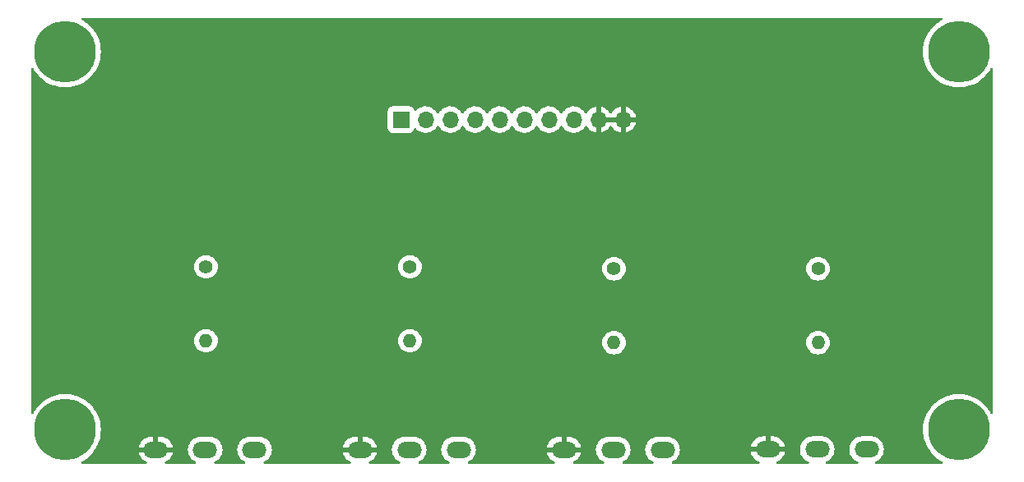
<source format=gbl>
%TF.GenerationSoftware,KiCad,Pcbnew,(6.0.1)*%
%TF.CreationDate,2022-10-03T14:26:05-04:00*%
%TF.ProjectId,MOD-VOL-POTS,4d4f442d-564f-44c2-9d50-4f54532e6b69,rev?*%
%TF.SameCoordinates,Original*%
%TF.FileFunction,Copper,L2,Bot*%
%TF.FilePolarity,Positive*%
%FSLAX46Y46*%
G04 Gerber Fmt 4.6, Leading zero omitted, Abs format (unit mm)*
G04 Created by KiCad (PCBNEW (6.0.1)) date 2022-10-03 14:26:05*
%MOMM*%
%LPD*%
G01*
G04 APERTURE LIST*
%TA.AperFunction,ComponentPad*%
%ADD10C,6.350000*%
%TD*%
%TA.AperFunction,ComponentPad*%
%ADD11C,1.400000*%
%TD*%
%TA.AperFunction,ComponentPad*%
%ADD12O,1.400000X1.400000*%
%TD*%
%TA.AperFunction,ComponentPad*%
%ADD13O,2.540000X1.651000*%
%TD*%
%TA.AperFunction,ComponentPad*%
%ADD14R,1.700000X1.700000*%
%TD*%
%TA.AperFunction,ComponentPad*%
%ADD15O,1.700000X1.700000*%
%TD*%
G04 APERTURE END LIST*
D10*
%TO.P,MTG1,1*%
%TO.N,N/C*%
X94000000Y-83000000D03*
%TD*%
D11*
%TO.P,R2,1*%
%TO.N,/O_POT2*%
X129500000Y-66190000D03*
D12*
%TO.P,R2,2*%
%TO.N,Net-(R2-Pad2)*%
X129500000Y-73810000D03*
%TD*%
D13*
%TO.P,RV1,1,1*%
%TO.N,/I_POT1*%
X113500002Y-85039987D03*
%TO.P,RV1,2,2*%
%TO.N,Net-(R1-Pad2)*%
X108420002Y-85039987D03*
%TO.P,RV1,3,3*%
%TO.N,GND*%
X103340002Y-85039987D03*
%TD*%
D10*
%TO.P,MTG3,1*%
%TO.N,N/C*%
X94000000Y-44000000D03*
%TD*%
D14*
%TO.P,J1,1,Pin_1*%
%TO.N,/O_POT1*%
X128575000Y-51000000D03*
D15*
%TO.P,J1,2,Pin_2*%
%TO.N,/I_POT1*%
X131115000Y-51000000D03*
%TO.P,J1,3,Pin_3*%
%TO.N,/O_POT2*%
X133655000Y-51000000D03*
%TO.P,J1,4,Pin_4*%
%TO.N,/I_POT2*%
X136195000Y-51000000D03*
%TO.P,J1,5,Pin_5*%
%TO.N,/O_POT3*%
X138735000Y-51000000D03*
%TO.P,J1,6,Pin_6*%
%TO.N,/I_POT3*%
X141275000Y-51000000D03*
%TO.P,J1,7,Pin_7*%
%TO.N,/O_POT4*%
X143815000Y-51000000D03*
%TO.P,J1,8,Pin_8*%
%TO.N,/I_POT4*%
X146355000Y-51000000D03*
%TO.P,J1,9,Pin_9*%
%TO.N,GND*%
X148895000Y-51000000D03*
%TO.P,J1,10,Pin_10*%
X151435000Y-51000000D03*
%TD*%
D13*
%TO.P,RV4,1,1*%
%TO.N,/I_POT4*%
X176500003Y-85000008D03*
%TO.P,RV4,2,2*%
%TO.N,Net-(R4-Pad2)*%
X171420003Y-85000008D03*
%TO.P,RV4,3,3*%
%TO.N,GND*%
X166340003Y-85000008D03*
%TD*%
%TO.P,RV2,1,1*%
%TO.N,/I_POT2*%
X134500010Y-85039987D03*
%TO.P,RV2,2,2*%
%TO.N,Net-(R2-Pad2)*%
X129420010Y-85039987D03*
%TO.P,RV2,3,3*%
%TO.N,GND*%
X124340010Y-85039987D03*
%TD*%
D11*
%TO.P,R4,1*%
%TO.N,/O_POT4*%
X171500000Y-66380000D03*
D12*
%TO.P,R4,2*%
%TO.N,Net-(R4-Pad2)*%
X171500000Y-74000000D03*
%TD*%
D13*
%TO.P,RV3,1,1*%
%TO.N,/I_POT3*%
X155499994Y-85039987D03*
%TO.P,RV3,2,2*%
%TO.N,Net-(R3-Pad2)*%
X150419994Y-85039987D03*
%TO.P,RV3,3,3*%
%TO.N,GND*%
X145339994Y-85039987D03*
%TD*%
D11*
%TO.P,R3,1*%
%TO.N,/O_POT3*%
X150500000Y-66380000D03*
D12*
%TO.P,R3,2*%
%TO.N,Net-(R3-Pad2)*%
X150500000Y-74000000D03*
%TD*%
D10*
%TO.P,MTG2,1*%
%TO.N,N/C*%
X186000000Y-83000000D03*
%TD*%
%TO.P,MTG4,1*%
%TO.N,N/C*%
X186000000Y-44000000D03*
%TD*%
D11*
%TO.P,R1,1*%
%TO.N,/O_POT1*%
X108500000Y-66190000D03*
D12*
%TO.P,R1,2*%
%TO.N,Net-(R1-Pad2)*%
X108500000Y-73810000D03*
%TD*%
%TA.AperFunction,Conductor*%
%TO.N,GND*%
G36*
X184283123Y-40528002D02*
G01*
X184329616Y-40581658D01*
X184339720Y-40651932D01*
X184310226Y-40716512D01*
X184272205Y-40746267D01*
X184155723Y-40805618D01*
X183831922Y-41015896D01*
X183531875Y-41258869D01*
X183258869Y-41531875D01*
X183015896Y-41831922D01*
X182805618Y-42155723D01*
X182630337Y-42499730D01*
X182491976Y-42860174D01*
X182392049Y-43233106D01*
X182391533Y-43236367D01*
X182332873Y-43606728D01*
X182331651Y-43614441D01*
X182311445Y-44000000D01*
X182331651Y-44385559D01*
X182392049Y-44766894D01*
X182491976Y-45139826D01*
X182630337Y-45500270D01*
X182631835Y-45503210D01*
X182804119Y-45841335D01*
X182805618Y-45844277D01*
X183015896Y-46168078D01*
X183258869Y-46468125D01*
X183531875Y-46741131D01*
X183831922Y-46984104D01*
X184155722Y-47194382D01*
X184158656Y-47195877D01*
X184158663Y-47195881D01*
X184496790Y-47368165D01*
X184499730Y-47369663D01*
X184860174Y-47508024D01*
X185233106Y-47607951D01*
X185435643Y-47640030D01*
X185611193Y-47667835D01*
X185611201Y-47667836D01*
X185614441Y-47668349D01*
X186000000Y-47688555D01*
X186385559Y-47668349D01*
X186388799Y-47667836D01*
X186388807Y-47667835D01*
X186564357Y-47640030D01*
X186766894Y-47607951D01*
X187139826Y-47508024D01*
X187500270Y-47369663D01*
X187503210Y-47368165D01*
X187841337Y-47195881D01*
X187841344Y-47195877D01*
X187844278Y-47194382D01*
X188168078Y-46984104D01*
X188468125Y-46741131D01*
X188741131Y-46468125D01*
X188984104Y-46168078D01*
X189194382Y-45844277D01*
X189253733Y-45727795D01*
X189302482Y-45676180D01*
X189371397Y-45659114D01*
X189438598Y-45682015D01*
X189482750Y-45737613D01*
X189492000Y-45784998D01*
X189492000Y-81215002D01*
X189471998Y-81283123D01*
X189418342Y-81329616D01*
X189348068Y-81339720D01*
X189283488Y-81310226D01*
X189253733Y-81272205D01*
X189195881Y-81158665D01*
X189194382Y-81155723D01*
X188984104Y-80831922D01*
X188741131Y-80531875D01*
X188468125Y-80258869D01*
X188168078Y-80015896D01*
X187844278Y-79805618D01*
X187841344Y-79804123D01*
X187841337Y-79804119D01*
X187503210Y-79631835D01*
X187500270Y-79630337D01*
X187139826Y-79491976D01*
X186766894Y-79392049D01*
X186564357Y-79359970D01*
X186388807Y-79332165D01*
X186388799Y-79332164D01*
X186385559Y-79331651D01*
X186000000Y-79311445D01*
X185614441Y-79331651D01*
X185611201Y-79332164D01*
X185611193Y-79332165D01*
X185435643Y-79359970D01*
X185233106Y-79392049D01*
X184860174Y-79491976D01*
X184499730Y-79630337D01*
X184496790Y-79631835D01*
X184158664Y-79804119D01*
X184158657Y-79804123D01*
X184155723Y-79805618D01*
X183831922Y-80015896D01*
X183531875Y-80258869D01*
X183258869Y-80531875D01*
X183015896Y-80831922D01*
X182805618Y-81155723D01*
X182804123Y-81158657D01*
X182804119Y-81158664D01*
X182746267Y-81272205D01*
X182630337Y-81499730D01*
X182491976Y-81860174D01*
X182392049Y-82233106D01*
X182331651Y-82614441D01*
X182311445Y-83000000D01*
X182331651Y-83385559D01*
X182332164Y-83388799D01*
X182332165Y-83388807D01*
X182359970Y-83564357D01*
X182392049Y-83766894D01*
X182491976Y-84139826D01*
X182493161Y-84142914D01*
X182493162Y-84142916D01*
X182507103Y-84179233D01*
X182630337Y-84500270D01*
X182631835Y-84503210D01*
X182775918Y-84785987D01*
X182805618Y-84844277D01*
X183015896Y-85168078D01*
X183258869Y-85468125D01*
X183531875Y-85741131D01*
X183831922Y-85984104D01*
X183834697Y-85985906D01*
X184105897Y-86162025D01*
X184155722Y-86194382D01*
X184158656Y-86195877D01*
X184158663Y-86195881D01*
X184272205Y-86253733D01*
X184323820Y-86302481D01*
X184340886Y-86371396D01*
X184317985Y-86438598D01*
X184262388Y-86482750D01*
X184215002Y-86492000D01*
X177469780Y-86492000D01*
X177401659Y-86471998D01*
X177355166Y-86418342D01*
X177345062Y-86348068D01*
X177374556Y-86283488D01*
X177416530Y-86251805D01*
X177609064Y-86162025D01*
X177609069Y-86162022D01*
X177614051Y-86159699D01*
X177743650Y-86068953D01*
X177800746Y-86028974D01*
X177800749Y-86028972D01*
X177805257Y-86025815D01*
X177970310Y-85860762D01*
X178076201Y-85709535D01*
X178101037Y-85674065D01*
X178101038Y-85674063D01*
X178104194Y-85669556D01*
X178106517Y-85664574D01*
X178106520Y-85664569D01*
X178200519Y-85462988D01*
X178200520Y-85462986D01*
X178202842Y-85458006D01*
X178246791Y-85293987D01*
X178261831Y-85237855D01*
X178261831Y-85237853D01*
X178263255Y-85232540D01*
X178283599Y-85000008D01*
X178263255Y-84767476D01*
X178256732Y-84743132D01*
X178204265Y-84547320D01*
X178204264Y-84547318D01*
X178202842Y-84542010D01*
X178181940Y-84497185D01*
X178106520Y-84335447D01*
X178106517Y-84335442D01*
X178104194Y-84330460D01*
X178001688Y-84184066D01*
X177973469Y-84143765D01*
X177973467Y-84143762D01*
X177970310Y-84139254D01*
X177805257Y-83974201D01*
X177800749Y-83971044D01*
X177800746Y-83971042D01*
X177618560Y-83843474D01*
X177618558Y-83843473D01*
X177614051Y-83840317D01*
X177609069Y-83837994D01*
X177609064Y-83837991D01*
X177407483Y-83743992D01*
X177407481Y-83743991D01*
X177402501Y-83741669D01*
X177397193Y-83740247D01*
X177397191Y-83740246D01*
X177182350Y-83682680D01*
X177182348Y-83682680D01*
X177177035Y-83681256D01*
X177075452Y-83672369D01*
X177005474Y-83666246D01*
X177005467Y-83666246D01*
X177002750Y-83666008D01*
X175997256Y-83666008D01*
X175994539Y-83666246D01*
X175994532Y-83666246D01*
X175924554Y-83672369D01*
X175822971Y-83681256D01*
X175817658Y-83682680D01*
X175817656Y-83682680D01*
X175602815Y-83740246D01*
X175602813Y-83740247D01*
X175597505Y-83741669D01*
X175592525Y-83743991D01*
X175592523Y-83743992D01*
X175390942Y-83837991D01*
X175390937Y-83837994D01*
X175385955Y-83840317D01*
X175381448Y-83843473D01*
X175381446Y-83843474D01*
X175199260Y-83971042D01*
X175199257Y-83971044D01*
X175194749Y-83974201D01*
X175029696Y-84139254D01*
X175026539Y-84143762D01*
X175026537Y-84143765D01*
X174998318Y-84184066D01*
X174895812Y-84330460D01*
X174893489Y-84335442D01*
X174893486Y-84335447D01*
X174818066Y-84497185D01*
X174797164Y-84542010D01*
X174795742Y-84547318D01*
X174795741Y-84547320D01*
X174743274Y-84743132D01*
X174736751Y-84767476D01*
X174716407Y-85000008D01*
X174736751Y-85232540D01*
X174738175Y-85237853D01*
X174738175Y-85237855D01*
X174753216Y-85293987D01*
X174797164Y-85458006D01*
X174799486Y-85462986D01*
X174799487Y-85462988D01*
X174893486Y-85664569D01*
X174893489Y-85664574D01*
X174895812Y-85669556D01*
X174898968Y-85674063D01*
X174898969Y-85674065D01*
X174923806Y-85709535D01*
X175029696Y-85860762D01*
X175194749Y-86025815D01*
X175199257Y-86028972D01*
X175199260Y-86028974D01*
X175256356Y-86068953D01*
X175385955Y-86159699D01*
X175390937Y-86162022D01*
X175390942Y-86162025D01*
X175583476Y-86251805D01*
X175636761Y-86298723D01*
X175656222Y-86367000D01*
X175635680Y-86434960D01*
X175581657Y-86481025D01*
X175530226Y-86492000D01*
X172389780Y-86492000D01*
X172321659Y-86471998D01*
X172275166Y-86418342D01*
X172265062Y-86348068D01*
X172294556Y-86283488D01*
X172336530Y-86251805D01*
X172529064Y-86162025D01*
X172529069Y-86162022D01*
X172534051Y-86159699D01*
X172663650Y-86068953D01*
X172720746Y-86028974D01*
X172720749Y-86028972D01*
X172725257Y-86025815D01*
X172890310Y-85860762D01*
X172996201Y-85709535D01*
X173021037Y-85674065D01*
X173021038Y-85674063D01*
X173024194Y-85669556D01*
X173026517Y-85664574D01*
X173026520Y-85664569D01*
X173120519Y-85462988D01*
X173120520Y-85462986D01*
X173122842Y-85458006D01*
X173166791Y-85293987D01*
X173181831Y-85237855D01*
X173181831Y-85237853D01*
X173183255Y-85232540D01*
X173203599Y-85000008D01*
X173183255Y-84767476D01*
X173176732Y-84743132D01*
X173124265Y-84547320D01*
X173124264Y-84547318D01*
X173122842Y-84542010D01*
X173101940Y-84497185D01*
X173026520Y-84335447D01*
X173026517Y-84335442D01*
X173024194Y-84330460D01*
X172921688Y-84184066D01*
X172893469Y-84143765D01*
X172893467Y-84143762D01*
X172890310Y-84139254D01*
X172725257Y-83974201D01*
X172720749Y-83971044D01*
X172720746Y-83971042D01*
X172538560Y-83843474D01*
X172538558Y-83843473D01*
X172534051Y-83840317D01*
X172529069Y-83837994D01*
X172529064Y-83837991D01*
X172327483Y-83743992D01*
X172327481Y-83743991D01*
X172322501Y-83741669D01*
X172317193Y-83740247D01*
X172317191Y-83740246D01*
X172102350Y-83682680D01*
X172102348Y-83682680D01*
X172097035Y-83681256D01*
X171995452Y-83672369D01*
X171925474Y-83666246D01*
X171925467Y-83666246D01*
X171922750Y-83666008D01*
X170917256Y-83666008D01*
X170914539Y-83666246D01*
X170914532Y-83666246D01*
X170844554Y-83672369D01*
X170742971Y-83681256D01*
X170737658Y-83682680D01*
X170737656Y-83682680D01*
X170522815Y-83740246D01*
X170522813Y-83740247D01*
X170517505Y-83741669D01*
X170512525Y-83743991D01*
X170512523Y-83743992D01*
X170310942Y-83837991D01*
X170310937Y-83837994D01*
X170305955Y-83840317D01*
X170301448Y-83843473D01*
X170301446Y-83843474D01*
X170119260Y-83971042D01*
X170119257Y-83971044D01*
X170114749Y-83974201D01*
X169949696Y-84139254D01*
X169946539Y-84143762D01*
X169946537Y-84143765D01*
X169918318Y-84184066D01*
X169815812Y-84330460D01*
X169813489Y-84335442D01*
X169813486Y-84335447D01*
X169738066Y-84497185D01*
X169717164Y-84542010D01*
X169715742Y-84547318D01*
X169715741Y-84547320D01*
X169663274Y-84743132D01*
X169656751Y-84767476D01*
X169636407Y-85000008D01*
X169656751Y-85232540D01*
X169658175Y-85237853D01*
X169658175Y-85237855D01*
X169673216Y-85293987D01*
X169717164Y-85458006D01*
X169719486Y-85462986D01*
X169719487Y-85462988D01*
X169813486Y-85664569D01*
X169813489Y-85664574D01*
X169815812Y-85669556D01*
X169818968Y-85674063D01*
X169818969Y-85674065D01*
X169843806Y-85709535D01*
X169949696Y-85860762D01*
X170114749Y-86025815D01*
X170119257Y-86028972D01*
X170119260Y-86028974D01*
X170176356Y-86068953D01*
X170305955Y-86159699D01*
X170310937Y-86162022D01*
X170310942Y-86162025D01*
X170503476Y-86251805D01*
X170556761Y-86298723D01*
X170576222Y-86367000D01*
X170555680Y-86434960D01*
X170501657Y-86481025D01*
X170450226Y-86492000D01*
X167308596Y-86492000D01*
X167240475Y-86471998D01*
X167193982Y-86418342D01*
X167183878Y-86348068D01*
X167213372Y-86283488D01*
X167255346Y-86251805D01*
X167448813Y-86161590D01*
X167458309Y-86156107D01*
X167640424Y-86028589D01*
X167648832Y-86021533D01*
X167806028Y-85864337D01*
X167813084Y-85855929D01*
X167940602Y-85673814D01*
X167946085Y-85664318D01*
X168040047Y-85462816D01*
X168043793Y-85452524D01*
X168092297Y-85271505D01*
X168091961Y-85257409D01*
X168084019Y-85254008D01*
X164601136Y-85254008D01*
X164587605Y-85257981D01*
X164586376Y-85266530D01*
X164636213Y-85452524D01*
X164639959Y-85462816D01*
X164733921Y-85664318D01*
X164739404Y-85673814D01*
X164866922Y-85855929D01*
X164873978Y-85864337D01*
X165031174Y-86021533D01*
X165039582Y-86028589D01*
X165221697Y-86156107D01*
X165231193Y-86161590D01*
X165424660Y-86251805D01*
X165477945Y-86298722D01*
X165497406Y-86367000D01*
X165476864Y-86434960D01*
X165422841Y-86481025D01*
X165371410Y-86492000D01*
X156555506Y-86492000D01*
X156487385Y-86471998D01*
X156440892Y-86418342D01*
X156430788Y-86348068D01*
X156460282Y-86283488D01*
X156502256Y-86251805D01*
X156609055Y-86202004D01*
X156609060Y-86202001D01*
X156614042Y-86199678D01*
X156619465Y-86195881D01*
X156800737Y-86068953D01*
X156800740Y-86068951D01*
X156805248Y-86065794D01*
X156970301Y-85900741D01*
X156995792Y-85864337D01*
X157101028Y-85714044D01*
X157101029Y-85714042D01*
X157104185Y-85709535D01*
X157106508Y-85704553D01*
X157106511Y-85704548D01*
X157200510Y-85502967D01*
X157200511Y-85502965D01*
X157202833Y-85497985D01*
X157212211Y-85462988D01*
X157261822Y-85277834D01*
X157261822Y-85277832D01*
X157263246Y-85272519D01*
X157283590Y-85039987D01*
X157263246Y-84807455D01*
X157256723Y-84783111D01*
X157242093Y-84728511D01*
X164587709Y-84728511D01*
X164588045Y-84742607D01*
X164595987Y-84746008D01*
X166067888Y-84746008D01*
X166083127Y-84741533D01*
X166084332Y-84740143D01*
X166086003Y-84732460D01*
X166086003Y-84727893D01*
X166594003Y-84727893D01*
X166598478Y-84743132D01*
X166599868Y-84744337D01*
X166607551Y-84746008D01*
X168078870Y-84746008D01*
X168092401Y-84742035D01*
X168093630Y-84733486D01*
X168043793Y-84547492D01*
X168040047Y-84537200D01*
X167946085Y-84335698D01*
X167940602Y-84326202D01*
X167813084Y-84144087D01*
X167806028Y-84135679D01*
X167648832Y-83978483D01*
X167640424Y-83971427D01*
X167458309Y-83843909D01*
X167448813Y-83838426D01*
X167247311Y-83744464D01*
X167237019Y-83740718D01*
X167022260Y-83683174D01*
X167011467Y-83681271D01*
X166845453Y-83666746D01*
X166839988Y-83666508D01*
X166612118Y-83666508D01*
X166596879Y-83670983D01*
X166595674Y-83672373D01*
X166594003Y-83680056D01*
X166594003Y-84727893D01*
X166086003Y-84727893D01*
X166086003Y-83684623D01*
X166081528Y-83669384D01*
X166080138Y-83668179D01*
X166072455Y-83666508D01*
X165840018Y-83666508D01*
X165834553Y-83666746D01*
X165668539Y-83681271D01*
X165657746Y-83683174D01*
X165442987Y-83740718D01*
X165432695Y-83744464D01*
X165231193Y-83838426D01*
X165221697Y-83843909D01*
X165039582Y-83971427D01*
X165031174Y-83978483D01*
X164873978Y-84135679D01*
X164866922Y-84144087D01*
X164739404Y-84326202D01*
X164733921Y-84335698D01*
X164639959Y-84537200D01*
X164636213Y-84547492D01*
X164587709Y-84728511D01*
X157242093Y-84728511D01*
X157204256Y-84587299D01*
X157204255Y-84587297D01*
X157202833Y-84581989D01*
X157186747Y-84547492D01*
X157106511Y-84375426D01*
X157106508Y-84375421D01*
X157104185Y-84370439D01*
X157079859Y-84335698D01*
X156973460Y-84183744D01*
X156973458Y-84183741D01*
X156970301Y-84179233D01*
X156805248Y-84014180D01*
X156800740Y-84011023D01*
X156800737Y-84011021D01*
X156618551Y-83883453D01*
X156618549Y-83883452D01*
X156614042Y-83880296D01*
X156609060Y-83877973D01*
X156609055Y-83877970D01*
X156407474Y-83783971D01*
X156407472Y-83783970D01*
X156402492Y-83781648D01*
X156397184Y-83780226D01*
X156397182Y-83780225D01*
X156182341Y-83722659D01*
X156182339Y-83722659D01*
X156177026Y-83721235D01*
X156075443Y-83712348D01*
X156005465Y-83706225D01*
X156005458Y-83706225D01*
X156002741Y-83705987D01*
X154997247Y-83705987D01*
X154994530Y-83706225D01*
X154994523Y-83706225D01*
X154924545Y-83712348D01*
X154822962Y-83721235D01*
X154817649Y-83722659D01*
X154817647Y-83722659D01*
X154602806Y-83780225D01*
X154602804Y-83780226D01*
X154597496Y-83781648D01*
X154592516Y-83783970D01*
X154592514Y-83783971D01*
X154390933Y-83877970D01*
X154390928Y-83877973D01*
X154385946Y-83880296D01*
X154381439Y-83883452D01*
X154381437Y-83883453D01*
X154199251Y-84011021D01*
X154199248Y-84011023D01*
X154194740Y-84014180D01*
X154029687Y-84179233D01*
X154026530Y-84183741D01*
X154026528Y-84183744D01*
X153920129Y-84335698D01*
X153895803Y-84370439D01*
X153893480Y-84375421D01*
X153893477Y-84375426D01*
X153813241Y-84547492D01*
X153797155Y-84581989D01*
X153795733Y-84587297D01*
X153795732Y-84587299D01*
X153743265Y-84783111D01*
X153736742Y-84807455D01*
X153716398Y-85039987D01*
X153736742Y-85272519D01*
X153738166Y-85277832D01*
X153738166Y-85277834D01*
X153787778Y-85462988D01*
X153797155Y-85497985D01*
X153799477Y-85502965D01*
X153799478Y-85502967D01*
X153893477Y-85704548D01*
X153893480Y-85704553D01*
X153895803Y-85709535D01*
X153898959Y-85714042D01*
X153898960Y-85714044D01*
X154004197Y-85864337D01*
X154029687Y-85900741D01*
X154194740Y-86065794D01*
X154199248Y-86068951D01*
X154199251Y-86068953D01*
X154380523Y-86195881D01*
X154385946Y-86199678D01*
X154390928Y-86202001D01*
X154390933Y-86202004D01*
X154497732Y-86251805D01*
X154551017Y-86298723D01*
X154570478Y-86367000D01*
X154549936Y-86434960D01*
X154495913Y-86481025D01*
X154444482Y-86492000D01*
X151475506Y-86492000D01*
X151407385Y-86471998D01*
X151360892Y-86418342D01*
X151350788Y-86348068D01*
X151380282Y-86283488D01*
X151422256Y-86251805D01*
X151529055Y-86202004D01*
X151529060Y-86202001D01*
X151534042Y-86199678D01*
X151539465Y-86195881D01*
X151720737Y-86068953D01*
X151720740Y-86068951D01*
X151725248Y-86065794D01*
X151890301Y-85900741D01*
X151915792Y-85864337D01*
X152021028Y-85714044D01*
X152021029Y-85714042D01*
X152024185Y-85709535D01*
X152026508Y-85704553D01*
X152026511Y-85704548D01*
X152120510Y-85502967D01*
X152120511Y-85502965D01*
X152122833Y-85497985D01*
X152132211Y-85462988D01*
X152181822Y-85277834D01*
X152181822Y-85277832D01*
X152183246Y-85272519D01*
X152203590Y-85039987D01*
X152183246Y-84807455D01*
X152176723Y-84783111D01*
X152124256Y-84587299D01*
X152124255Y-84587297D01*
X152122833Y-84581989D01*
X152106747Y-84547492D01*
X152026511Y-84375426D01*
X152026508Y-84375421D01*
X152024185Y-84370439D01*
X151999859Y-84335698D01*
X151893460Y-84183744D01*
X151893458Y-84183741D01*
X151890301Y-84179233D01*
X151725248Y-84014180D01*
X151720740Y-84011023D01*
X151720737Y-84011021D01*
X151538551Y-83883453D01*
X151538549Y-83883452D01*
X151534042Y-83880296D01*
X151529060Y-83877973D01*
X151529055Y-83877970D01*
X151327474Y-83783971D01*
X151327472Y-83783970D01*
X151322492Y-83781648D01*
X151317184Y-83780226D01*
X151317182Y-83780225D01*
X151102341Y-83722659D01*
X151102339Y-83722659D01*
X151097026Y-83721235D01*
X150995443Y-83712348D01*
X150925465Y-83706225D01*
X150925458Y-83706225D01*
X150922741Y-83705987D01*
X149917247Y-83705987D01*
X149914530Y-83706225D01*
X149914523Y-83706225D01*
X149844545Y-83712348D01*
X149742962Y-83721235D01*
X149737649Y-83722659D01*
X149737647Y-83722659D01*
X149522806Y-83780225D01*
X149522804Y-83780226D01*
X149517496Y-83781648D01*
X149512516Y-83783970D01*
X149512514Y-83783971D01*
X149310933Y-83877970D01*
X149310928Y-83877973D01*
X149305946Y-83880296D01*
X149301439Y-83883452D01*
X149301437Y-83883453D01*
X149119251Y-84011021D01*
X149119248Y-84011023D01*
X149114740Y-84014180D01*
X148949687Y-84179233D01*
X148946530Y-84183741D01*
X148946528Y-84183744D01*
X148840129Y-84335698D01*
X148815803Y-84370439D01*
X148813480Y-84375421D01*
X148813477Y-84375426D01*
X148733241Y-84547492D01*
X148717155Y-84581989D01*
X148715733Y-84587297D01*
X148715732Y-84587299D01*
X148663265Y-84783111D01*
X148656742Y-84807455D01*
X148636398Y-85039987D01*
X148656742Y-85272519D01*
X148658166Y-85277832D01*
X148658166Y-85277834D01*
X148707778Y-85462988D01*
X148717155Y-85497985D01*
X148719477Y-85502965D01*
X148719478Y-85502967D01*
X148813477Y-85704548D01*
X148813480Y-85704553D01*
X148815803Y-85709535D01*
X148818959Y-85714042D01*
X148818960Y-85714044D01*
X148924197Y-85864337D01*
X148949687Y-85900741D01*
X149114740Y-86065794D01*
X149119248Y-86068951D01*
X149119251Y-86068953D01*
X149300523Y-86195881D01*
X149305946Y-86199678D01*
X149310928Y-86202001D01*
X149310933Y-86202004D01*
X149417732Y-86251805D01*
X149471017Y-86298723D01*
X149490478Y-86367000D01*
X149469936Y-86434960D01*
X149415913Y-86481025D01*
X149364482Y-86492000D01*
X146394322Y-86492000D01*
X146326201Y-86471998D01*
X146279708Y-86418342D01*
X146269604Y-86348068D01*
X146299098Y-86283488D01*
X146341072Y-86251805D01*
X146448804Y-86201569D01*
X146458300Y-86196086D01*
X146640415Y-86068568D01*
X146648823Y-86061512D01*
X146806019Y-85904316D01*
X146813075Y-85895908D01*
X146940593Y-85713793D01*
X146946076Y-85704297D01*
X147040038Y-85502795D01*
X147043784Y-85492503D01*
X147092288Y-85311484D01*
X147091952Y-85297388D01*
X147084010Y-85293987D01*
X143601127Y-85293987D01*
X143587596Y-85297960D01*
X143586367Y-85306509D01*
X143636204Y-85492503D01*
X143639950Y-85502795D01*
X143733912Y-85704297D01*
X143739395Y-85713793D01*
X143866913Y-85895908D01*
X143873969Y-85904316D01*
X144031165Y-86061512D01*
X144039573Y-86068568D01*
X144221688Y-86196086D01*
X144231184Y-86201569D01*
X144338916Y-86251805D01*
X144392201Y-86298723D01*
X144411662Y-86367000D01*
X144391120Y-86434960D01*
X144337097Y-86481025D01*
X144285666Y-86492000D01*
X135555522Y-86492000D01*
X135487401Y-86471998D01*
X135440908Y-86418342D01*
X135430804Y-86348068D01*
X135460298Y-86283488D01*
X135502272Y-86251805D01*
X135609071Y-86202004D01*
X135609076Y-86202001D01*
X135614058Y-86199678D01*
X135619481Y-86195881D01*
X135800753Y-86068953D01*
X135800756Y-86068951D01*
X135805264Y-86065794D01*
X135970317Y-85900741D01*
X135995808Y-85864337D01*
X136101044Y-85714044D01*
X136101045Y-85714042D01*
X136104201Y-85709535D01*
X136106524Y-85704553D01*
X136106527Y-85704548D01*
X136200526Y-85502967D01*
X136200527Y-85502965D01*
X136202849Y-85497985D01*
X136212227Y-85462988D01*
X136261838Y-85277834D01*
X136261838Y-85277832D01*
X136263262Y-85272519D01*
X136283606Y-85039987D01*
X136263262Y-84807455D01*
X136256739Y-84783111D01*
X136252821Y-84768490D01*
X143587700Y-84768490D01*
X143588036Y-84782586D01*
X143595978Y-84785987D01*
X145067879Y-84785987D01*
X145083118Y-84781512D01*
X145084323Y-84780122D01*
X145085994Y-84772439D01*
X145085994Y-84767872D01*
X145593994Y-84767872D01*
X145598469Y-84783111D01*
X145599859Y-84784316D01*
X145607542Y-84785987D01*
X147078861Y-84785987D01*
X147092392Y-84782014D01*
X147093621Y-84773465D01*
X147043784Y-84587471D01*
X147040038Y-84577179D01*
X146946076Y-84375677D01*
X146940593Y-84366181D01*
X146813075Y-84184066D01*
X146806019Y-84175658D01*
X146648823Y-84018462D01*
X146640415Y-84011406D01*
X146458300Y-83883888D01*
X146448804Y-83878405D01*
X146247302Y-83784443D01*
X146237010Y-83780697D01*
X146022251Y-83723153D01*
X146011458Y-83721250D01*
X145845444Y-83706725D01*
X145839979Y-83706487D01*
X145612109Y-83706487D01*
X145596870Y-83710962D01*
X145595665Y-83712352D01*
X145593994Y-83720035D01*
X145593994Y-84767872D01*
X145085994Y-84767872D01*
X145085994Y-83724602D01*
X145081519Y-83709363D01*
X145080129Y-83708158D01*
X145072446Y-83706487D01*
X144840009Y-83706487D01*
X144834544Y-83706725D01*
X144668530Y-83721250D01*
X144657737Y-83723153D01*
X144442978Y-83780697D01*
X144432686Y-83784443D01*
X144231184Y-83878405D01*
X144221688Y-83883888D01*
X144039573Y-84011406D01*
X144031165Y-84018462D01*
X143873969Y-84175658D01*
X143866913Y-84184066D01*
X143739395Y-84366181D01*
X143733912Y-84375677D01*
X143639950Y-84577179D01*
X143636204Y-84587471D01*
X143587700Y-84768490D01*
X136252821Y-84768490D01*
X136204272Y-84587299D01*
X136204271Y-84587297D01*
X136202849Y-84581989D01*
X136186763Y-84547492D01*
X136106527Y-84375426D01*
X136106524Y-84375421D01*
X136104201Y-84370439D01*
X136079875Y-84335698D01*
X135973476Y-84183744D01*
X135973474Y-84183741D01*
X135970317Y-84179233D01*
X135805264Y-84014180D01*
X135800756Y-84011023D01*
X135800753Y-84011021D01*
X135618567Y-83883453D01*
X135618565Y-83883452D01*
X135614058Y-83880296D01*
X135609076Y-83877973D01*
X135609071Y-83877970D01*
X135407490Y-83783971D01*
X135407488Y-83783970D01*
X135402508Y-83781648D01*
X135397200Y-83780226D01*
X135397198Y-83780225D01*
X135182357Y-83722659D01*
X135182355Y-83722659D01*
X135177042Y-83721235D01*
X135075459Y-83712348D01*
X135005481Y-83706225D01*
X135005474Y-83706225D01*
X135002757Y-83705987D01*
X133997263Y-83705987D01*
X133994546Y-83706225D01*
X133994539Y-83706225D01*
X133924561Y-83712348D01*
X133822978Y-83721235D01*
X133817665Y-83722659D01*
X133817663Y-83722659D01*
X133602822Y-83780225D01*
X133602820Y-83780226D01*
X133597512Y-83781648D01*
X133592532Y-83783970D01*
X133592530Y-83783971D01*
X133390949Y-83877970D01*
X133390944Y-83877973D01*
X133385962Y-83880296D01*
X133381455Y-83883452D01*
X133381453Y-83883453D01*
X133199267Y-84011021D01*
X133199264Y-84011023D01*
X133194756Y-84014180D01*
X133029703Y-84179233D01*
X133026546Y-84183741D01*
X133026544Y-84183744D01*
X132920145Y-84335698D01*
X132895819Y-84370439D01*
X132893496Y-84375421D01*
X132893493Y-84375426D01*
X132813257Y-84547492D01*
X132797171Y-84581989D01*
X132795749Y-84587297D01*
X132795748Y-84587299D01*
X132743281Y-84783111D01*
X132736758Y-84807455D01*
X132716414Y-85039987D01*
X132736758Y-85272519D01*
X132738182Y-85277832D01*
X132738182Y-85277834D01*
X132787794Y-85462988D01*
X132797171Y-85497985D01*
X132799493Y-85502965D01*
X132799494Y-85502967D01*
X132893493Y-85704548D01*
X132893496Y-85704553D01*
X132895819Y-85709535D01*
X132898975Y-85714042D01*
X132898976Y-85714044D01*
X133004213Y-85864337D01*
X133029703Y-85900741D01*
X133194756Y-86065794D01*
X133199264Y-86068951D01*
X133199267Y-86068953D01*
X133380539Y-86195881D01*
X133385962Y-86199678D01*
X133390944Y-86202001D01*
X133390949Y-86202004D01*
X133497748Y-86251805D01*
X133551033Y-86298723D01*
X133570494Y-86367000D01*
X133549952Y-86434960D01*
X133495929Y-86481025D01*
X133444498Y-86492000D01*
X130475522Y-86492000D01*
X130407401Y-86471998D01*
X130360908Y-86418342D01*
X130350804Y-86348068D01*
X130380298Y-86283488D01*
X130422272Y-86251805D01*
X130529071Y-86202004D01*
X130529076Y-86202001D01*
X130534058Y-86199678D01*
X130539481Y-86195881D01*
X130720753Y-86068953D01*
X130720756Y-86068951D01*
X130725264Y-86065794D01*
X130890317Y-85900741D01*
X130915808Y-85864337D01*
X131021044Y-85714044D01*
X131021045Y-85714042D01*
X131024201Y-85709535D01*
X131026524Y-85704553D01*
X131026527Y-85704548D01*
X131120526Y-85502967D01*
X131120527Y-85502965D01*
X131122849Y-85497985D01*
X131132227Y-85462988D01*
X131181838Y-85277834D01*
X131181838Y-85277832D01*
X131183262Y-85272519D01*
X131203606Y-85039987D01*
X131183262Y-84807455D01*
X131176739Y-84783111D01*
X131124272Y-84587299D01*
X131124271Y-84587297D01*
X131122849Y-84581989D01*
X131106763Y-84547492D01*
X131026527Y-84375426D01*
X131026524Y-84375421D01*
X131024201Y-84370439D01*
X130999875Y-84335698D01*
X130893476Y-84183744D01*
X130893474Y-84183741D01*
X130890317Y-84179233D01*
X130725264Y-84014180D01*
X130720756Y-84011023D01*
X130720753Y-84011021D01*
X130538567Y-83883453D01*
X130538565Y-83883452D01*
X130534058Y-83880296D01*
X130529076Y-83877973D01*
X130529071Y-83877970D01*
X130327490Y-83783971D01*
X130327488Y-83783970D01*
X130322508Y-83781648D01*
X130317200Y-83780226D01*
X130317198Y-83780225D01*
X130102357Y-83722659D01*
X130102355Y-83722659D01*
X130097042Y-83721235D01*
X129995459Y-83712348D01*
X129925481Y-83706225D01*
X129925474Y-83706225D01*
X129922757Y-83705987D01*
X128917263Y-83705987D01*
X128914546Y-83706225D01*
X128914539Y-83706225D01*
X128844561Y-83712348D01*
X128742978Y-83721235D01*
X128737665Y-83722659D01*
X128737663Y-83722659D01*
X128522822Y-83780225D01*
X128522820Y-83780226D01*
X128517512Y-83781648D01*
X128512532Y-83783970D01*
X128512530Y-83783971D01*
X128310949Y-83877970D01*
X128310944Y-83877973D01*
X128305962Y-83880296D01*
X128301455Y-83883452D01*
X128301453Y-83883453D01*
X128119267Y-84011021D01*
X128119264Y-84011023D01*
X128114756Y-84014180D01*
X127949703Y-84179233D01*
X127946546Y-84183741D01*
X127946544Y-84183744D01*
X127840145Y-84335698D01*
X127815819Y-84370439D01*
X127813496Y-84375421D01*
X127813493Y-84375426D01*
X127733257Y-84547492D01*
X127717171Y-84581989D01*
X127715749Y-84587297D01*
X127715748Y-84587299D01*
X127663281Y-84783111D01*
X127656758Y-84807455D01*
X127636414Y-85039987D01*
X127656758Y-85272519D01*
X127658182Y-85277832D01*
X127658182Y-85277834D01*
X127707794Y-85462988D01*
X127717171Y-85497985D01*
X127719493Y-85502965D01*
X127719494Y-85502967D01*
X127813493Y-85704548D01*
X127813496Y-85704553D01*
X127815819Y-85709535D01*
X127818975Y-85714042D01*
X127818976Y-85714044D01*
X127924213Y-85864337D01*
X127949703Y-85900741D01*
X128114756Y-86065794D01*
X128119264Y-86068951D01*
X128119267Y-86068953D01*
X128300539Y-86195881D01*
X128305962Y-86199678D01*
X128310944Y-86202001D01*
X128310949Y-86202004D01*
X128417748Y-86251805D01*
X128471033Y-86298723D01*
X128490494Y-86367000D01*
X128469952Y-86434960D01*
X128415929Y-86481025D01*
X128364498Y-86492000D01*
X125394338Y-86492000D01*
X125326217Y-86471998D01*
X125279724Y-86418342D01*
X125269620Y-86348068D01*
X125299114Y-86283488D01*
X125341088Y-86251805D01*
X125448820Y-86201569D01*
X125458316Y-86196086D01*
X125640431Y-86068568D01*
X125648839Y-86061512D01*
X125806035Y-85904316D01*
X125813091Y-85895908D01*
X125940609Y-85713793D01*
X125946092Y-85704297D01*
X126040054Y-85502795D01*
X126043800Y-85492503D01*
X126092304Y-85311484D01*
X126091968Y-85297388D01*
X126084026Y-85293987D01*
X122601143Y-85293987D01*
X122587612Y-85297960D01*
X122586383Y-85306509D01*
X122636220Y-85492503D01*
X122639966Y-85502795D01*
X122733928Y-85704297D01*
X122739411Y-85713793D01*
X122866929Y-85895908D01*
X122873985Y-85904316D01*
X123031181Y-86061512D01*
X123039589Y-86068568D01*
X123221704Y-86196086D01*
X123231200Y-86201569D01*
X123338932Y-86251805D01*
X123392217Y-86298723D01*
X123411678Y-86367000D01*
X123391136Y-86434960D01*
X123337113Y-86481025D01*
X123285682Y-86492000D01*
X114555514Y-86492000D01*
X114487393Y-86471998D01*
X114440900Y-86418342D01*
X114430796Y-86348068D01*
X114460290Y-86283488D01*
X114502264Y-86251805D01*
X114609063Y-86202004D01*
X114609068Y-86202001D01*
X114614050Y-86199678D01*
X114619473Y-86195881D01*
X114800745Y-86068953D01*
X114800748Y-86068951D01*
X114805256Y-86065794D01*
X114970309Y-85900741D01*
X114995800Y-85864337D01*
X115101036Y-85714044D01*
X115101037Y-85714042D01*
X115104193Y-85709535D01*
X115106516Y-85704553D01*
X115106519Y-85704548D01*
X115200518Y-85502967D01*
X115200519Y-85502965D01*
X115202841Y-85497985D01*
X115212219Y-85462988D01*
X115261830Y-85277834D01*
X115261830Y-85277832D01*
X115263254Y-85272519D01*
X115283598Y-85039987D01*
X115263254Y-84807455D01*
X115256731Y-84783111D01*
X115252813Y-84768490D01*
X122587716Y-84768490D01*
X122588052Y-84782586D01*
X122595994Y-84785987D01*
X124067895Y-84785987D01*
X124083134Y-84781512D01*
X124084339Y-84780122D01*
X124086010Y-84772439D01*
X124086010Y-84767872D01*
X124594010Y-84767872D01*
X124598485Y-84783111D01*
X124599875Y-84784316D01*
X124607558Y-84785987D01*
X126078877Y-84785987D01*
X126092408Y-84782014D01*
X126093637Y-84773465D01*
X126043800Y-84587471D01*
X126040054Y-84577179D01*
X125946092Y-84375677D01*
X125940609Y-84366181D01*
X125813091Y-84184066D01*
X125806035Y-84175658D01*
X125648839Y-84018462D01*
X125640431Y-84011406D01*
X125458316Y-83883888D01*
X125448820Y-83878405D01*
X125247318Y-83784443D01*
X125237026Y-83780697D01*
X125022267Y-83723153D01*
X125011474Y-83721250D01*
X124845460Y-83706725D01*
X124839995Y-83706487D01*
X124612125Y-83706487D01*
X124596886Y-83710962D01*
X124595681Y-83712352D01*
X124594010Y-83720035D01*
X124594010Y-84767872D01*
X124086010Y-84767872D01*
X124086010Y-83724602D01*
X124081535Y-83709363D01*
X124080145Y-83708158D01*
X124072462Y-83706487D01*
X123840025Y-83706487D01*
X123834560Y-83706725D01*
X123668546Y-83721250D01*
X123657753Y-83723153D01*
X123442994Y-83780697D01*
X123432702Y-83784443D01*
X123231200Y-83878405D01*
X123221704Y-83883888D01*
X123039589Y-84011406D01*
X123031181Y-84018462D01*
X122873985Y-84175658D01*
X122866929Y-84184066D01*
X122739411Y-84366181D01*
X122733928Y-84375677D01*
X122639966Y-84577179D01*
X122636220Y-84587471D01*
X122587716Y-84768490D01*
X115252813Y-84768490D01*
X115204264Y-84587299D01*
X115204263Y-84587297D01*
X115202841Y-84581989D01*
X115186755Y-84547492D01*
X115106519Y-84375426D01*
X115106516Y-84375421D01*
X115104193Y-84370439D01*
X115079867Y-84335698D01*
X114973468Y-84183744D01*
X114973466Y-84183741D01*
X114970309Y-84179233D01*
X114805256Y-84014180D01*
X114800748Y-84011023D01*
X114800745Y-84011021D01*
X114618559Y-83883453D01*
X114618557Y-83883452D01*
X114614050Y-83880296D01*
X114609068Y-83877973D01*
X114609063Y-83877970D01*
X114407482Y-83783971D01*
X114407480Y-83783970D01*
X114402500Y-83781648D01*
X114397192Y-83780226D01*
X114397190Y-83780225D01*
X114182349Y-83722659D01*
X114182347Y-83722659D01*
X114177034Y-83721235D01*
X114075451Y-83712348D01*
X114005473Y-83706225D01*
X114005466Y-83706225D01*
X114002749Y-83705987D01*
X112997255Y-83705987D01*
X112994538Y-83706225D01*
X112994531Y-83706225D01*
X112924553Y-83712348D01*
X112822970Y-83721235D01*
X112817657Y-83722659D01*
X112817655Y-83722659D01*
X112602814Y-83780225D01*
X112602812Y-83780226D01*
X112597504Y-83781648D01*
X112592524Y-83783970D01*
X112592522Y-83783971D01*
X112390941Y-83877970D01*
X112390936Y-83877973D01*
X112385954Y-83880296D01*
X112381447Y-83883452D01*
X112381445Y-83883453D01*
X112199259Y-84011021D01*
X112199256Y-84011023D01*
X112194748Y-84014180D01*
X112029695Y-84179233D01*
X112026538Y-84183741D01*
X112026536Y-84183744D01*
X111920137Y-84335698D01*
X111895811Y-84370439D01*
X111893488Y-84375421D01*
X111893485Y-84375426D01*
X111813249Y-84547492D01*
X111797163Y-84581989D01*
X111795741Y-84587297D01*
X111795740Y-84587299D01*
X111743273Y-84783111D01*
X111736750Y-84807455D01*
X111716406Y-85039987D01*
X111736750Y-85272519D01*
X111738174Y-85277832D01*
X111738174Y-85277834D01*
X111787786Y-85462988D01*
X111797163Y-85497985D01*
X111799485Y-85502965D01*
X111799486Y-85502967D01*
X111893485Y-85704548D01*
X111893488Y-85704553D01*
X111895811Y-85709535D01*
X111898967Y-85714042D01*
X111898968Y-85714044D01*
X112004205Y-85864337D01*
X112029695Y-85900741D01*
X112194748Y-86065794D01*
X112199256Y-86068951D01*
X112199259Y-86068953D01*
X112380531Y-86195881D01*
X112385954Y-86199678D01*
X112390936Y-86202001D01*
X112390941Y-86202004D01*
X112497740Y-86251805D01*
X112551025Y-86298723D01*
X112570486Y-86367000D01*
X112549944Y-86434960D01*
X112495921Y-86481025D01*
X112444490Y-86492000D01*
X109475514Y-86492000D01*
X109407393Y-86471998D01*
X109360900Y-86418342D01*
X109350796Y-86348068D01*
X109380290Y-86283488D01*
X109422264Y-86251805D01*
X109529063Y-86202004D01*
X109529068Y-86202001D01*
X109534050Y-86199678D01*
X109539473Y-86195881D01*
X109720745Y-86068953D01*
X109720748Y-86068951D01*
X109725256Y-86065794D01*
X109890309Y-85900741D01*
X109915800Y-85864337D01*
X110021036Y-85714044D01*
X110021037Y-85714042D01*
X110024193Y-85709535D01*
X110026516Y-85704553D01*
X110026519Y-85704548D01*
X110120518Y-85502967D01*
X110120519Y-85502965D01*
X110122841Y-85497985D01*
X110132219Y-85462988D01*
X110181830Y-85277834D01*
X110181830Y-85277832D01*
X110183254Y-85272519D01*
X110203598Y-85039987D01*
X110183254Y-84807455D01*
X110176731Y-84783111D01*
X110124264Y-84587299D01*
X110124263Y-84587297D01*
X110122841Y-84581989D01*
X110106755Y-84547492D01*
X110026519Y-84375426D01*
X110026516Y-84375421D01*
X110024193Y-84370439D01*
X109999867Y-84335698D01*
X109893468Y-84183744D01*
X109893466Y-84183741D01*
X109890309Y-84179233D01*
X109725256Y-84014180D01*
X109720748Y-84011023D01*
X109720745Y-84011021D01*
X109538559Y-83883453D01*
X109538557Y-83883452D01*
X109534050Y-83880296D01*
X109529068Y-83877973D01*
X109529063Y-83877970D01*
X109327482Y-83783971D01*
X109327480Y-83783970D01*
X109322500Y-83781648D01*
X109317192Y-83780226D01*
X109317190Y-83780225D01*
X109102349Y-83722659D01*
X109102347Y-83722659D01*
X109097034Y-83721235D01*
X108995451Y-83712348D01*
X108925473Y-83706225D01*
X108925466Y-83706225D01*
X108922749Y-83705987D01*
X107917255Y-83705987D01*
X107914538Y-83706225D01*
X107914531Y-83706225D01*
X107844553Y-83712348D01*
X107742970Y-83721235D01*
X107737657Y-83722659D01*
X107737655Y-83722659D01*
X107522814Y-83780225D01*
X107522812Y-83780226D01*
X107517504Y-83781648D01*
X107512524Y-83783970D01*
X107512522Y-83783971D01*
X107310941Y-83877970D01*
X107310936Y-83877973D01*
X107305954Y-83880296D01*
X107301447Y-83883452D01*
X107301445Y-83883453D01*
X107119259Y-84011021D01*
X107119256Y-84011023D01*
X107114748Y-84014180D01*
X106949695Y-84179233D01*
X106946538Y-84183741D01*
X106946536Y-84183744D01*
X106840137Y-84335698D01*
X106815811Y-84370439D01*
X106813488Y-84375421D01*
X106813485Y-84375426D01*
X106733249Y-84547492D01*
X106717163Y-84581989D01*
X106715741Y-84587297D01*
X106715740Y-84587299D01*
X106663273Y-84783111D01*
X106656750Y-84807455D01*
X106636406Y-85039987D01*
X106656750Y-85272519D01*
X106658174Y-85277832D01*
X106658174Y-85277834D01*
X106707786Y-85462988D01*
X106717163Y-85497985D01*
X106719485Y-85502965D01*
X106719486Y-85502967D01*
X106813485Y-85704548D01*
X106813488Y-85704553D01*
X106815811Y-85709535D01*
X106818967Y-85714042D01*
X106818968Y-85714044D01*
X106924205Y-85864337D01*
X106949695Y-85900741D01*
X107114748Y-86065794D01*
X107119256Y-86068951D01*
X107119259Y-86068953D01*
X107300531Y-86195881D01*
X107305954Y-86199678D01*
X107310936Y-86202001D01*
X107310941Y-86202004D01*
X107417740Y-86251805D01*
X107471025Y-86298723D01*
X107490486Y-86367000D01*
X107469944Y-86434960D01*
X107415921Y-86481025D01*
X107364490Y-86492000D01*
X104394330Y-86492000D01*
X104326209Y-86471998D01*
X104279716Y-86418342D01*
X104269612Y-86348068D01*
X104299106Y-86283488D01*
X104341080Y-86251805D01*
X104448812Y-86201569D01*
X104458308Y-86196086D01*
X104640423Y-86068568D01*
X104648831Y-86061512D01*
X104806027Y-85904316D01*
X104813083Y-85895908D01*
X104940601Y-85713793D01*
X104946084Y-85704297D01*
X105040046Y-85502795D01*
X105043792Y-85492503D01*
X105092296Y-85311484D01*
X105091960Y-85297388D01*
X105084018Y-85293987D01*
X101601135Y-85293987D01*
X101587604Y-85297960D01*
X101586375Y-85306509D01*
X101636212Y-85492503D01*
X101639958Y-85502795D01*
X101733920Y-85704297D01*
X101739403Y-85713793D01*
X101866921Y-85895908D01*
X101873977Y-85904316D01*
X102031173Y-86061512D01*
X102039581Y-86068568D01*
X102221696Y-86196086D01*
X102231192Y-86201569D01*
X102338924Y-86251805D01*
X102392209Y-86298723D01*
X102411670Y-86367000D01*
X102391128Y-86434960D01*
X102337105Y-86481025D01*
X102285674Y-86492000D01*
X95784998Y-86492000D01*
X95716877Y-86471998D01*
X95670384Y-86418342D01*
X95660280Y-86348068D01*
X95689774Y-86283488D01*
X95727795Y-86253733D01*
X95841337Y-86195881D01*
X95841344Y-86195877D01*
X95844278Y-86194382D01*
X95894104Y-86162025D01*
X96165303Y-85985906D01*
X96168078Y-85984104D01*
X96468125Y-85741131D01*
X96741131Y-85468125D01*
X96984104Y-85168078D01*
X97194382Y-84844277D01*
X97224083Y-84785987D01*
X97232998Y-84768490D01*
X101587708Y-84768490D01*
X101588044Y-84782586D01*
X101595986Y-84785987D01*
X103067887Y-84785987D01*
X103083126Y-84781512D01*
X103084331Y-84780122D01*
X103086002Y-84772439D01*
X103086002Y-84767872D01*
X103594002Y-84767872D01*
X103598477Y-84783111D01*
X103599867Y-84784316D01*
X103607550Y-84785987D01*
X105078869Y-84785987D01*
X105092400Y-84782014D01*
X105093629Y-84773465D01*
X105043792Y-84587471D01*
X105040046Y-84577179D01*
X104946084Y-84375677D01*
X104940601Y-84366181D01*
X104813083Y-84184066D01*
X104806027Y-84175658D01*
X104648831Y-84018462D01*
X104640423Y-84011406D01*
X104458308Y-83883888D01*
X104448812Y-83878405D01*
X104247310Y-83784443D01*
X104237018Y-83780697D01*
X104022259Y-83723153D01*
X104011466Y-83721250D01*
X103845452Y-83706725D01*
X103839987Y-83706487D01*
X103612117Y-83706487D01*
X103596878Y-83710962D01*
X103595673Y-83712352D01*
X103594002Y-83720035D01*
X103594002Y-84767872D01*
X103086002Y-84767872D01*
X103086002Y-83724602D01*
X103081527Y-83709363D01*
X103080137Y-83708158D01*
X103072454Y-83706487D01*
X102840017Y-83706487D01*
X102834552Y-83706725D01*
X102668538Y-83721250D01*
X102657745Y-83723153D01*
X102442986Y-83780697D01*
X102432694Y-83784443D01*
X102231192Y-83878405D01*
X102221696Y-83883888D01*
X102039581Y-84011406D01*
X102031173Y-84018462D01*
X101873977Y-84175658D01*
X101866921Y-84184066D01*
X101739403Y-84366181D01*
X101733920Y-84375677D01*
X101639958Y-84577179D01*
X101636212Y-84587471D01*
X101587708Y-84768490D01*
X97232998Y-84768490D01*
X97368165Y-84503210D01*
X97369663Y-84500270D01*
X97492897Y-84179233D01*
X97506838Y-84142916D01*
X97506839Y-84142914D01*
X97508024Y-84139826D01*
X97607951Y-83766894D01*
X97640030Y-83564357D01*
X97667835Y-83388807D01*
X97667836Y-83388799D01*
X97668349Y-83385559D01*
X97688555Y-83000000D01*
X97668349Y-82614441D01*
X97607951Y-82233106D01*
X97508024Y-81860174D01*
X97369663Y-81499730D01*
X97253733Y-81272205D01*
X97195881Y-81158664D01*
X97195877Y-81158657D01*
X97194382Y-81155723D01*
X96984104Y-80831922D01*
X96741131Y-80531875D01*
X96468125Y-80258869D01*
X96168078Y-80015896D01*
X95844278Y-79805618D01*
X95841344Y-79804123D01*
X95841337Y-79804119D01*
X95503210Y-79631835D01*
X95500270Y-79630337D01*
X95139826Y-79491976D01*
X94766894Y-79392049D01*
X94564357Y-79359970D01*
X94388807Y-79332165D01*
X94388799Y-79332164D01*
X94385559Y-79331651D01*
X94000000Y-79311445D01*
X93614441Y-79331651D01*
X93611201Y-79332164D01*
X93611193Y-79332165D01*
X93435643Y-79359970D01*
X93233106Y-79392049D01*
X92860174Y-79491976D01*
X92499730Y-79630337D01*
X92496790Y-79631835D01*
X92158664Y-79804119D01*
X92158657Y-79804123D01*
X92155723Y-79805618D01*
X91831922Y-80015896D01*
X91531875Y-80258869D01*
X91258869Y-80531875D01*
X91015896Y-80831922D01*
X90805618Y-81155723D01*
X90804119Y-81158665D01*
X90746267Y-81272205D01*
X90697518Y-81323820D01*
X90628603Y-81340886D01*
X90561402Y-81317985D01*
X90517250Y-81262387D01*
X90508000Y-81215002D01*
X90508000Y-73810000D01*
X107286884Y-73810000D01*
X107305314Y-74020655D01*
X107306738Y-74025968D01*
X107306738Y-74025970D01*
X107357649Y-74215970D01*
X107360044Y-74224910D01*
X107449411Y-74416558D01*
X107570699Y-74589776D01*
X107720224Y-74739301D01*
X107893442Y-74860589D01*
X107898420Y-74862910D01*
X107898423Y-74862912D01*
X108080108Y-74947633D01*
X108085090Y-74949956D01*
X108090398Y-74951378D01*
X108090400Y-74951379D01*
X108284030Y-75003262D01*
X108284032Y-75003262D01*
X108289345Y-75004686D01*
X108500000Y-75023116D01*
X108710655Y-75004686D01*
X108715968Y-75003262D01*
X108715970Y-75003262D01*
X108909600Y-74951379D01*
X108909602Y-74951378D01*
X108914910Y-74949956D01*
X108919892Y-74947633D01*
X109101577Y-74862912D01*
X109101580Y-74862910D01*
X109106558Y-74860589D01*
X109279776Y-74739301D01*
X109429301Y-74589776D01*
X109550589Y-74416558D01*
X109639956Y-74224910D01*
X109642352Y-74215970D01*
X109693262Y-74025970D01*
X109693262Y-74025968D01*
X109694686Y-74020655D01*
X109713116Y-73810000D01*
X128286884Y-73810000D01*
X128305314Y-74020655D01*
X128306738Y-74025968D01*
X128306738Y-74025970D01*
X128357649Y-74215970D01*
X128360044Y-74224910D01*
X128449411Y-74416558D01*
X128570699Y-74589776D01*
X128720224Y-74739301D01*
X128893442Y-74860589D01*
X128898420Y-74862910D01*
X128898423Y-74862912D01*
X129080108Y-74947633D01*
X129085090Y-74949956D01*
X129090398Y-74951378D01*
X129090400Y-74951379D01*
X129284030Y-75003262D01*
X129284032Y-75003262D01*
X129289345Y-75004686D01*
X129500000Y-75023116D01*
X129710655Y-75004686D01*
X129715968Y-75003262D01*
X129715970Y-75003262D01*
X129909600Y-74951379D01*
X129909602Y-74951378D01*
X129914910Y-74949956D01*
X129919892Y-74947633D01*
X130101577Y-74862912D01*
X130101580Y-74862910D01*
X130106558Y-74860589D01*
X130279776Y-74739301D01*
X130429301Y-74589776D01*
X130550589Y-74416558D01*
X130639956Y-74224910D01*
X130642352Y-74215970D01*
X130693262Y-74025970D01*
X130693262Y-74025968D01*
X130694686Y-74020655D01*
X130696493Y-74000000D01*
X149286884Y-74000000D01*
X149305314Y-74210655D01*
X149306738Y-74215968D01*
X149306738Y-74215970D01*
X149310469Y-74229892D01*
X149360044Y-74414910D01*
X149362366Y-74419891D01*
X149362367Y-74419892D01*
X149443402Y-74593671D01*
X149449411Y-74606558D01*
X149570699Y-74779776D01*
X149720224Y-74929301D01*
X149893442Y-75050589D01*
X149898420Y-75052910D01*
X149898423Y-75052912D01*
X150080108Y-75137633D01*
X150085090Y-75139956D01*
X150090398Y-75141378D01*
X150090400Y-75141379D01*
X150284030Y-75193262D01*
X150284032Y-75193262D01*
X150289345Y-75194686D01*
X150500000Y-75213116D01*
X150710655Y-75194686D01*
X150715968Y-75193262D01*
X150715970Y-75193262D01*
X150909600Y-75141379D01*
X150909602Y-75141378D01*
X150914910Y-75139956D01*
X150919892Y-75137633D01*
X151101577Y-75052912D01*
X151101580Y-75052910D01*
X151106558Y-75050589D01*
X151279776Y-74929301D01*
X151429301Y-74779776D01*
X151550589Y-74606558D01*
X151556599Y-74593671D01*
X151637633Y-74419892D01*
X151637634Y-74419891D01*
X151639956Y-74414910D01*
X151689532Y-74229892D01*
X151693262Y-74215970D01*
X151693262Y-74215968D01*
X151694686Y-74210655D01*
X151713116Y-74000000D01*
X170286884Y-74000000D01*
X170305314Y-74210655D01*
X170306738Y-74215968D01*
X170306738Y-74215970D01*
X170310469Y-74229892D01*
X170360044Y-74414910D01*
X170362366Y-74419891D01*
X170362367Y-74419892D01*
X170443402Y-74593671D01*
X170449411Y-74606558D01*
X170570699Y-74779776D01*
X170720224Y-74929301D01*
X170893442Y-75050589D01*
X170898420Y-75052910D01*
X170898423Y-75052912D01*
X171080108Y-75137633D01*
X171085090Y-75139956D01*
X171090398Y-75141378D01*
X171090400Y-75141379D01*
X171284030Y-75193262D01*
X171284032Y-75193262D01*
X171289345Y-75194686D01*
X171500000Y-75213116D01*
X171710655Y-75194686D01*
X171715968Y-75193262D01*
X171715970Y-75193262D01*
X171909600Y-75141379D01*
X171909602Y-75141378D01*
X171914910Y-75139956D01*
X171919892Y-75137633D01*
X172101577Y-75052912D01*
X172101580Y-75052910D01*
X172106558Y-75050589D01*
X172279776Y-74929301D01*
X172429301Y-74779776D01*
X172550589Y-74606558D01*
X172556599Y-74593671D01*
X172637633Y-74419892D01*
X172637634Y-74419891D01*
X172639956Y-74414910D01*
X172689532Y-74229892D01*
X172693262Y-74215970D01*
X172693262Y-74215968D01*
X172694686Y-74210655D01*
X172713116Y-74000000D01*
X172694686Y-73789345D01*
X172643776Y-73599345D01*
X172641379Y-73590400D01*
X172641378Y-73590398D01*
X172639956Y-73585090D01*
X172550589Y-73393442D01*
X172429301Y-73220224D01*
X172279776Y-73070699D01*
X172106558Y-72949411D01*
X172101580Y-72947090D01*
X172101577Y-72947088D01*
X171919892Y-72862367D01*
X171919891Y-72862366D01*
X171914910Y-72860044D01*
X171909602Y-72858622D01*
X171909600Y-72858621D01*
X171715970Y-72806738D01*
X171715968Y-72806738D01*
X171710655Y-72805314D01*
X171500000Y-72786884D01*
X171289345Y-72805314D01*
X171284032Y-72806738D01*
X171284030Y-72806738D01*
X171090400Y-72858621D01*
X171090398Y-72858622D01*
X171085090Y-72860044D01*
X171080109Y-72862366D01*
X171080108Y-72862367D01*
X170898423Y-72947088D01*
X170898420Y-72947090D01*
X170893442Y-72949411D01*
X170720224Y-73070699D01*
X170570699Y-73220224D01*
X170449411Y-73393442D01*
X170360044Y-73585090D01*
X170358622Y-73590398D01*
X170358621Y-73590400D01*
X170356224Y-73599345D01*
X170305314Y-73789345D01*
X170286884Y-74000000D01*
X151713116Y-74000000D01*
X151694686Y-73789345D01*
X151643776Y-73599345D01*
X151641379Y-73590400D01*
X151641378Y-73590398D01*
X151639956Y-73585090D01*
X151550589Y-73393442D01*
X151429301Y-73220224D01*
X151279776Y-73070699D01*
X151106558Y-72949411D01*
X151101580Y-72947090D01*
X151101577Y-72947088D01*
X150919892Y-72862367D01*
X150919891Y-72862366D01*
X150914910Y-72860044D01*
X150909602Y-72858622D01*
X150909600Y-72858621D01*
X150715970Y-72806738D01*
X150715968Y-72806738D01*
X150710655Y-72805314D01*
X150500000Y-72786884D01*
X150289345Y-72805314D01*
X150284032Y-72806738D01*
X150284030Y-72806738D01*
X150090400Y-72858621D01*
X150090398Y-72858622D01*
X150085090Y-72860044D01*
X150080109Y-72862366D01*
X150080108Y-72862367D01*
X149898423Y-72947088D01*
X149898420Y-72947090D01*
X149893442Y-72949411D01*
X149720224Y-73070699D01*
X149570699Y-73220224D01*
X149449411Y-73393442D01*
X149360044Y-73585090D01*
X149358622Y-73590398D01*
X149358621Y-73590400D01*
X149356224Y-73599345D01*
X149305314Y-73789345D01*
X149286884Y-74000000D01*
X130696493Y-74000000D01*
X130713116Y-73810000D01*
X130694686Y-73599345D01*
X130692289Y-73590400D01*
X130641379Y-73400400D01*
X130641378Y-73400398D01*
X130639956Y-73395090D01*
X130558415Y-73220224D01*
X130552912Y-73208423D01*
X130552910Y-73208420D01*
X130550589Y-73203442D01*
X130429301Y-73030224D01*
X130279776Y-72880699D01*
X130106558Y-72759411D01*
X130101580Y-72757090D01*
X130101577Y-72757088D01*
X129919892Y-72672367D01*
X129919891Y-72672366D01*
X129914910Y-72670044D01*
X129909602Y-72668622D01*
X129909600Y-72668621D01*
X129715970Y-72616738D01*
X129715968Y-72616738D01*
X129710655Y-72615314D01*
X129500000Y-72596884D01*
X129289345Y-72615314D01*
X129284032Y-72616738D01*
X129284030Y-72616738D01*
X129090400Y-72668621D01*
X129090398Y-72668622D01*
X129085090Y-72670044D01*
X129080109Y-72672366D01*
X129080108Y-72672367D01*
X128898423Y-72757088D01*
X128898420Y-72757090D01*
X128893442Y-72759411D01*
X128720224Y-72880699D01*
X128570699Y-73030224D01*
X128449411Y-73203442D01*
X128447090Y-73208420D01*
X128447088Y-73208423D01*
X128441585Y-73220224D01*
X128360044Y-73395090D01*
X128358622Y-73400398D01*
X128358621Y-73400400D01*
X128307711Y-73590400D01*
X128305314Y-73599345D01*
X128286884Y-73810000D01*
X109713116Y-73810000D01*
X109694686Y-73599345D01*
X109692289Y-73590400D01*
X109641379Y-73400400D01*
X109641378Y-73400398D01*
X109639956Y-73395090D01*
X109558415Y-73220224D01*
X109552912Y-73208423D01*
X109552910Y-73208420D01*
X109550589Y-73203442D01*
X109429301Y-73030224D01*
X109279776Y-72880699D01*
X109106558Y-72759411D01*
X109101580Y-72757090D01*
X109101577Y-72757088D01*
X108919892Y-72672367D01*
X108919891Y-72672366D01*
X108914910Y-72670044D01*
X108909602Y-72668622D01*
X108909600Y-72668621D01*
X108715970Y-72616738D01*
X108715968Y-72616738D01*
X108710655Y-72615314D01*
X108500000Y-72596884D01*
X108289345Y-72615314D01*
X108284032Y-72616738D01*
X108284030Y-72616738D01*
X108090400Y-72668621D01*
X108090398Y-72668622D01*
X108085090Y-72670044D01*
X108080109Y-72672366D01*
X108080108Y-72672367D01*
X107898423Y-72757088D01*
X107898420Y-72757090D01*
X107893442Y-72759411D01*
X107720224Y-72880699D01*
X107570699Y-73030224D01*
X107449411Y-73203442D01*
X107447090Y-73208420D01*
X107447088Y-73208423D01*
X107441585Y-73220224D01*
X107360044Y-73395090D01*
X107358622Y-73400398D01*
X107358621Y-73400400D01*
X107307711Y-73590400D01*
X107305314Y-73599345D01*
X107286884Y-73810000D01*
X90508000Y-73810000D01*
X90508000Y-66190000D01*
X107286884Y-66190000D01*
X107305314Y-66400655D01*
X107306738Y-66405968D01*
X107306738Y-66405970D01*
X107357649Y-66595970D01*
X107360044Y-66604910D01*
X107449411Y-66796558D01*
X107570699Y-66969776D01*
X107720224Y-67119301D01*
X107893442Y-67240589D01*
X107898420Y-67242910D01*
X107898423Y-67242912D01*
X108080108Y-67327633D01*
X108085090Y-67329956D01*
X108090398Y-67331378D01*
X108090400Y-67331379D01*
X108284030Y-67383262D01*
X108284032Y-67383262D01*
X108289345Y-67384686D01*
X108500000Y-67403116D01*
X108710655Y-67384686D01*
X108715968Y-67383262D01*
X108715970Y-67383262D01*
X108909600Y-67331379D01*
X108909602Y-67331378D01*
X108914910Y-67329956D01*
X108919892Y-67327633D01*
X109101577Y-67242912D01*
X109101580Y-67242910D01*
X109106558Y-67240589D01*
X109279776Y-67119301D01*
X109429301Y-66969776D01*
X109550589Y-66796558D01*
X109639956Y-66604910D01*
X109642352Y-66595970D01*
X109693262Y-66405970D01*
X109693262Y-66405968D01*
X109694686Y-66400655D01*
X109713116Y-66190000D01*
X128286884Y-66190000D01*
X128305314Y-66400655D01*
X128306738Y-66405968D01*
X128306738Y-66405970D01*
X128357649Y-66595970D01*
X128360044Y-66604910D01*
X128449411Y-66796558D01*
X128570699Y-66969776D01*
X128720224Y-67119301D01*
X128893442Y-67240589D01*
X128898420Y-67242910D01*
X128898423Y-67242912D01*
X129080108Y-67327633D01*
X129085090Y-67329956D01*
X129090398Y-67331378D01*
X129090400Y-67331379D01*
X129284030Y-67383262D01*
X129284032Y-67383262D01*
X129289345Y-67384686D01*
X129500000Y-67403116D01*
X129710655Y-67384686D01*
X129715968Y-67383262D01*
X129715970Y-67383262D01*
X129909600Y-67331379D01*
X129909602Y-67331378D01*
X129914910Y-67329956D01*
X129919892Y-67327633D01*
X130101577Y-67242912D01*
X130101580Y-67242910D01*
X130106558Y-67240589D01*
X130279776Y-67119301D01*
X130429301Y-66969776D01*
X130550589Y-66796558D01*
X130639956Y-66604910D01*
X130642352Y-66595970D01*
X130693262Y-66405970D01*
X130693262Y-66405968D01*
X130694686Y-66400655D01*
X130696493Y-66380000D01*
X149286884Y-66380000D01*
X149305314Y-66590655D01*
X149306738Y-66595968D01*
X149306738Y-66595970D01*
X149310469Y-66609892D01*
X149360044Y-66794910D01*
X149362366Y-66799891D01*
X149362367Y-66799892D01*
X149443402Y-66973671D01*
X149449411Y-66986558D01*
X149570699Y-67159776D01*
X149720224Y-67309301D01*
X149893442Y-67430589D01*
X149898420Y-67432910D01*
X149898423Y-67432912D01*
X150080108Y-67517633D01*
X150085090Y-67519956D01*
X150090398Y-67521378D01*
X150090400Y-67521379D01*
X150284030Y-67573262D01*
X150284032Y-67573262D01*
X150289345Y-67574686D01*
X150500000Y-67593116D01*
X150710655Y-67574686D01*
X150715968Y-67573262D01*
X150715970Y-67573262D01*
X150909600Y-67521379D01*
X150909602Y-67521378D01*
X150914910Y-67519956D01*
X150919892Y-67517633D01*
X151101577Y-67432912D01*
X151101580Y-67432910D01*
X151106558Y-67430589D01*
X151279776Y-67309301D01*
X151429301Y-67159776D01*
X151550589Y-66986558D01*
X151556599Y-66973671D01*
X151637633Y-66799892D01*
X151637634Y-66799891D01*
X151639956Y-66794910D01*
X151689532Y-66609892D01*
X151693262Y-66595970D01*
X151693262Y-66595968D01*
X151694686Y-66590655D01*
X151713116Y-66380000D01*
X170286884Y-66380000D01*
X170305314Y-66590655D01*
X170306738Y-66595968D01*
X170306738Y-66595970D01*
X170310469Y-66609892D01*
X170360044Y-66794910D01*
X170362366Y-66799891D01*
X170362367Y-66799892D01*
X170443402Y-66973671D01*
X170449411Y-66986558D01*
X170570699Y-67159776D01*
X170720224Y-67309301D01*
X170893442Y-67430589D01*
X170898420Y-67432910D01*
X170898423Y-67432912D01*
X171080108Y-67517633D01*
X171085090Y-67519956D01*
X171090398Y-67521378D01*
X171090400Y-67521379D01*
X171284030Y-67573262D01*
X171284032Y-67573262D01*
X171289345Y-67574686D01*
X171500000Y-67593116D01*
X171710655Y-67574686D01*
X171715968Y-67573262D01*
X171715970Y-67573262D01*
X171909600Y-67521379D01*
X171909602Y-67521378D01*
X171914910Y-67519956D01*
X171919892Y-67517633D01*
X172101577Y-67432912D01*
X172101580Y-67432910D01*
X172106558Y-67430589D01*
X172279776Y-67309301D01*
X172429301Y-67159776D01*
X172550589Y-66986558D01*
X172556599Y-66973671D01*
X172637633Y-66799892D01*
X172637634Y-66799891D01*
X172639956Y-66794910D01*
X172689532Y-66609892D01*
X172693262Y-66595970D01*
X172693262Y-66595968D01*
X172694686Y-66590655D01*
X172713116Y-66380000D01*
X172694686Y-66169345D01*
X172643776Y-65979345D01*
X172641379Y-65970400D01*
X172641378Y-65970398D01*
X172639956Y-65965090D01*
X172550589Y-65773442D01*
X172429301Y-65600224D01*
X172279776Y-65450699D01*
X172106558Y-65329411D01*
X172101580Y-65327090D01*
X172101577Y-65327088D01*
X171919892Y-65242367D01*
X171919891Y-65242366D01*
X171914910Y-65240044D01*
X171909602Y-65238622D01*
X171909600Y-65238621D01*
X171715970Y-65186738D01*
X171715968Y-65186738D01*
X171710655Y-65185314D01*
X171500000Y-65166884D01*
X171289345Y-65185314D01*
X171284032Y-65186738D01*
X171284030Y-65186738D01*
X171090400Y-65238621D01*
X171090398Y-65238622D01*
X171085090Y-65240044D01*
X171080109Y-65242366D01*
X171080108Y-65242367D01*
X170898423Y-65327088D01*
X170898420Y-65327090D01*
X170893442Y-65329411D01*
X170720224Y-65450699D01*
X170570699Y-65600224D01*
X170449411Y-65773442D01*
X170360044Y-65965090D01*
X170358622Y-65970398D01*
X170358621Y-65970400D01*
X170356224Y-65979345D01*
X170305314Y-66169345D01*
X170286884Y-66380000D01*
X151713116Y-66380000D01*
X151694686Y-66169345D01*
X151643776Y-65979345D01*
X151641379Y-65970400D01*
X151641378Y-65970398D01*
X151639956Y-65965090D01*
X151550589Y-65773442D01*
X151429301Y-65600224D01*
X151279776Y-65450699D01*
X151106558Y-65329411D01*
X151101580Y-65327090D01*
X151101577Y-65327088D01*
X150919892Y-65242367D01*
X150919891Y-65242366D01*
X150914910Y-65240044D01*
X150909602Y-65238622D01*
X150909600Y-65238621D01*
X150715970Y-65186738D01*
X150715968Y-65186738D01*
X150710655Y-65185314D01*
X150500000Y-65166884D01*
X150289345Y-65185314D01*
X150284032Y-65186738D01*
X150284030Y-65186738D01*
X150090400Y-65238621D01*
X150090398Y-65238622D01*
X150085090Y-65240044D01*
X150080109Y-65242366D01*
X150080108Y-65242367D01*
X149898423Y-65327088D01*
X149898420Y-65327090D01*
X149893442Y-65329411D01*
X149720224Y-65450699D01*
X149570699Y-65600224D01*
X149449411Y-65773442D01*
X149360044Y-65965090D01*
X149358622Y-65970398D01*
X149358621Y-65970400D01*
X149356224Y-65979345D01*
X149305314Y-66169345D01*
X149286884Y-66380000D01*
X130696493Y-66380000D01*
X130713116Y-66190000D01*
X130694686Y-65979345D01*
X130692289Y-65970400D01*
X130641379Y-65780400D01*
X130641378Y-65780398D01*
X130639956Y-65775090D01*
X130558415Y-65600224D01*
X130552912Y-65588423D01*
X130552910Y-65588420D01*
X130550589Y-65583442D01*
X130429301Y-65410224D01*
X130279776Y-65260699D01*
X130106558Y-65139411D01*
X130101580Y-65137090D01*
X130101577Y-65137088D01*
X129919892Y-65052367D01*
X129919891Y-65052366D01*
X129914910Y-65050044D01*
X129909602Y-65048622D01*
X129909600Y-65048621D01*
X129715970Y-64996738D01*
X129715968Y-64996738D01*
X129710655Y-64995314D01*
X129500000Y-64976884D01*
X129289345Y-64995314D01*
X129284032Y-64996738D01*
X129284030Y-64996738D01*
X129090400Y-65048621D01*
X129090398Y-65048622D01*
X129085090Y-65050044D01*
X129080109Y-65052366D01*
X129080108Y-65052367D01*
X128898423Y-65137088D01*
X128898420Y-65137090D01*
X128893442Y-65139411D01*
X128720224Y-65260699D01*
X128570699Y-65410224D01*
X128449411Y-65583442D01*
X128447090Y-65588420D01*
X128447088Y-65588423D01*
X128441585Y-65600224D01*
X128360044Y-65775090D01*
X128358622Y-65780398D01*
X128358621Y-65780400D01*
X128307711Y-65970400D01*
X128305314Y-65979345D01*
X128286884Y-66190000D01*
X109713116Y-66190000D01*
X109694686Y-65979345D01*
X109692289Y-65970400D01*
X109641379Y-65780400D01*
X109641378Y-65780398D01*
X109639956Y-65775090D01*
X109558415Y-65600224D01*
X109552912Y-65588423D01*
X109552910Y-65588420D01*
X109550589Y-65583442D01*
X109429301Y-65410224D01*
X109279776Y-65260699D01*
X109106558Y-65139411D01*
X109101580Y-65137090D01*
X109101577Y-65137088D01*
X108919892Y-65052367D01*
X108919891Y-65052366D01*
X108914910Y-65050044D01*
X108909602Y-65048622D01*
X108909600Y-65048621D01*
X108715970Y-64996738D01*
X108715968Y-64996738D01*
X108710655Y-64995314D01*
X108500000Y-64976884D01*
X108289345Y-64995314D01*
X108284032Y-64996738D01*
X108284030Y-64996738D01*
X108090400Y-65048621D01*
X108090398Y-65048622D01*
X108085090Y-65050044D01*
X108080109Y-65052366D01*
X108080108Y-65052367D01*
X107898423Y-65137088D01*
X107898420Y-65137090D01*
X107893442Y-65139411D01*
X107720224Y-65260699D01*
X107570699Y-65410224D01*
X107449411Y-65583442D01*
X107447090Y-65588420D01*
X107447088Y-65588423D01*
X107441585Y-65600224D01*
X107360044Y-65775090D01*
X107358622Y-65780398D01*
X107358621Y-65780400D01*
X107307711Y-65970400D01*
X107305314Y-65979345D01*
X107286884Y-66190000D01*
X90508000Y-66190000D01*
X90508000Y-51898134D01*
X127216500Y-51898134D01*
X127223255Y-51960316D01*
X127274385Y-52096705D01*
X127361739Y-52213261D01*
X127478295Y-52300615D01*
X127614684Y-52351745D01*
X127676866Y-52358500D01*
X129473134Y-52358500D01*
X129535316Y-52351745D01*
X129671705Y-52300615D01*
X129788261Y-52213261D01*
X129875615Y-52096705D01*
X129897799Y-52037529D01*
X129919598Y-51979382D01*
X129962240Y-51922618D01*
X130028802Y-51897918D01*
X130098150Y-51913126D01*
X130132817Y-51941114D01*
X130161250Y-51973938D01*
X130333126Y-52116632D01*
X130526000Y-52229338D01*
X130734692Y-52309030D01*
X130739760Y-52310061D01*
X130739763Y-52310062D01*
X130834862Y-52329410D01*
X130953597Y-52353567D01*
X130958772Y-52353757D01*
X130958774Y-52353757D01*
X131171673Y-52361564D01*
X131171677Y-52361564D01*
X131176837Y-52361753D01*
X131181957Y-52361097D01*
X131181959Y-52361097D01*
X131393288Y-52334025D01*
X131393289Y-52334025D01*
X131398416Y-52333368D01*
X131403366Y-52331883D01*
X131607429Y-52270661D01*
X131607434Y-52270659D01*
X131612384Y-52269174D01*
X131812994Y-52170896D01*
X131994860Y-52041173D01*
X132153096Y-51883489D01*
X132283453Y-51702077D01*
X132284776Y-51703028D01*
X132331645Y-51659857D01*
X132401580Y-51647625D01*
X132467026Y-51675144D01*
X132494875Y-51706994D01*
X132554987Y-51805088D01*
X132701250Y-51973938D01*
X132873126Y-52116632D01*
X133066000Y-52229338D01*
X133274692Y-52309030D01*
X133279760Y-52310061D01*
X133279763Y-52310062D01*
X133374862Y-52329410D01*
X133493597Y-52353567D01*
X133498772Y-52353757D01*
X133498774Y-52353757D01*
X133711673Y-52361564D01*
X133711677Y-52361564D01*
X133716837Y-52361753D01*
X133721957Y-52361097D01*
X133721959Y-52361097D01*
X133933288Y-52334025D01*
X133933289Y-52334025D01*
X133938416Y-52333368D01*
X133943366Y-52331883D01*
X134147429Y-52270661D01*
X134147434Y-52270659D01*
X134152384Y-52269174D01*
X134352994Y-52170896D01*
X134534860Y-52041173D01*
X134693096Y-51883489D01*
X134823453Y-51702077D01*
X134824776Y-51703028D01*
X134871645Y-51659857D01*
X134941580Y-51647625D01*
X135007026Y-51675144D01*
X135034875Y-51706994D01*
X135094987Y-51805088D01*
X135241250Y-51973938D01*
X135413126Y-52116632D01*
X135606000Y-52229338D01*
X135814692Y-52309030D01*
X135819760Y-52310061D01*
X135819763Y-52310062D01*
X135914862Y-52329410D01*
X136033597Y-52353567D01*
X136038772Y-52353757D01*
X136038774Y-52353757D01*
X136251673Y-52361564D01*
X136251677Y-52361564D01*
X136256837Y-52361753D01*
X136261957Y-52361097D01*
X136261959Y-52361097D01*
X136473288Y-52334025D01*
X136473289Y-52334025D01*
X136478416Y-52333368D01*
X136483366Y-52331883D01*
X136687429Y-52270661D01*
X136687434Y-52270659D01*
X136692384Y-52269174D01*
X136892994Y-52170896D01*
X137074860Y-52041173D01*
X137233096Y-51883489D01*
X137363453Y-51702077D01*
X137364776Y-51703028D01*
X137411645Y-51659857D01*
X137481580Y-51647625D01*
X137547026Y-51675144D01*
X137574875Y-51706994D01*
X137634987Y-51805088D01*
X137781250Y-51973938D01*
X137953126Y-52116632D01*
X138146000Y-52229338D01*
X138354692Y-52309030D01*
X138359760Y-52310061D01*
X138359763Y-52310062D01*
X138454862Y-52329410D01*
X138573597Y-52353567D01*
X138578772Y-52353757D01*
X138578774Y-52353757D01*
X138791673Y-52361564D01*
X138791677Y-52361564D01*
X138796837Y-52361753D01*
X138801957Y-52361097D01*
X138801959Y-52361097D01*
X139013288Y-52334025D01*
X139013289Y-52334025D01*
X139018416Y-52333368D01*
X139023366Y-52331883D01*
X139227429Y-52270661D01*
X139227434Y-52270659D01*
X139232384Y-52269174D01*
X139432994Y-52170896D01*
X139614860Y-52041173D01*
X139773096Y-51883489D01*
X139903453Y-51702077D01*
X139904776Y-51703028D01*
X139951645Y-51659857D01*
X140021580Y-51647625D01*
X140087026Y-51675144D01*
X140114875Y-51706994D01*
X140174987Y-51805088D01*
X140321250Y-51973938D01*
X140493126Y-52116632D01*
X140686000Y-52229338D01*
X140894692Y-52309030D01*
X140899760Y-52310061D01*
X140899763Y-52310062D01*
X140994862Y-52329410D01*
X141113597Y-52353567D01*
X141118772Y-52353757D01*
X141118774Y-52353757D01*
X141331673Y-52361564D01*
X141331677Y-52361564D01*
X141336837Y-52361753D01*
X141341957Y-52361097D01*
X141341959Y-52361097D01*
X141553288Y-52334025D01*
X141553289Y-52334025D01*
X141558416Y-52333368D01*
X141563366Y-52331883D01*
X141767429Y-52270661D01*
X141767434Y-52270659D01*
X141772384Y-52269174D01*
X141972994Y-52170896D01*
X142154860Y-52041173D01*
X142313096Y-51883489D01*
X142443453Y-51702077D01*
X142444776Y-51703028D01*
X142491645Y-51659857D01*
X142561580Y-51647625D01*
X142627026Y-51675144D01*
X142654875Y-51706994D01*
X142714987Y-51805088D01*
X142861250Y-51973938D01*
X143033126Y-52116632D01*
X143226000Y-52229338D01*
X143434692Y-52309030D01*
X143439760Y-52310061D01*
X143439763Y-52310062D01*
X143534862Y-52329410D01*
X143653597Y-52353567D01*
X143658772Y-52353757D01*
X143658774Y-52353757D01*
X143871673Y-52361564D01*
X143871677Y-52361564D01*
X143876837Y-52361753D01*
X143881957Y-52361097D01*
X143881959Y-52361097D01*
X144093288Y-52334025D01*
X144093289Y-52334025D01*
X144098416Y-52333368D01*
X144103366Y-52331883D01*
X144307429Y-52270661D01*
X144307434Y-52270659D01*
X144312384Y-52269174D01*
X144512994Y-52170896D01*
X144694860Y-52041173D01*
X144853096Y-51883489D01*
X144983453Y-51702077D01*
X144984776Y-51703028D01*
X145031645Y-51659857D01*
X145101580Y-51647625D01*
X145167026Y-51675144D01*
X145194875Y-51706994D01*
X145254987Y-51805088D01*
X145401250Y-51973938D01*
X145573126Y-52116632D01*
X145766000Y-52229338D01*
X145974692Y-52309030D01*
X145979760Y-52310061D01*
X145979763Y-52310062D01*
X146074862Y-52329410D01*
X146193597Y-52353567D01*
X146198772Y-52353757D01*
X146198774Y-52353757D01*
X146411673Y-52361564D01*
X146411677Y-52361564D01*
X146416837Y-52361753D01*
X146421957Y-52361097D01*
X146421959Y-52361097D01*
X146633288Y-52334025D01*
X146633289Y-52334025D01*
X146638416Y-52333368D01*
X146643366Y-52331883D01*
X146847429Y-52270661D01*
X146847434Y-52270659D01*
X146852384Y-52269174D01*
X147052994Y-52170896D01*
X147234860Y-52041173D01*
X147393096Y-51883489D01*
X147523453Y-51702077D01*
X147524640Y-51702930D01*
X147571960Y-51659362D01*
X147641897Y-51647145D01*
X147707338Y-51674678D01*
X147735166Y-51706511D01*
X147792694Y-51800388D01*
X147798777Y-51808699D01*
X147938213Y-51969667D01*
X147945580Y-51976883D01*
X148109434Y-52112916D01*
X148117881Y-52118831D01*
X148301756Y-52226279D01*
X148311042Y-52230729D01*
X148510001Y-52306703D01*
X148519899Y-52309579D01*
X148623250Y-52330606D01*
X148637299Y-52329410D01*
X148641000Y-52319065D01*
X148641000Y-52318517D01*
X149149000Y-52318517D01*
X149153064Y-52332359D01*
X149166478Y-52334393D01*
X149173184Y-52333534D01*
X149183262Y-52331392D01*
X149387255Y-52270191D01*
X149396842Y-52266433D01*
X149588095Y-52172739D01*
X149596945Y-52167464D01*
X149770328Y-52043792D01*
X149778200Y-52037139D01*
X149929052Y-51886812D01*
X149935730Y-51878965D01*
X150063022Y-51701819D01*
X150064147Y-51702627D01*
X150111669Y-51658876D01*
X150181607Y-51646661D01*
X150247046Y-51674197D01*
X150274870Y-51706028D01*
X150332690Y-51800383D01*
X150338777Y-51808699D01*
X150478213Y-51969667D01*
X150485580Y-51976883D01*
X150649434Y-52112916D01*
X150657881Y-52118831D01*
X150841756Y-52226279D01*
X150851042Y-52230729D01*
X151050001Y-52306703D01*
X151059899Y-52309579D01*
X151163250Y-52330606D01*
X151177299Y-52329410D01*
X151181000Y-52319065D01*
X151181000Y-52318517D01*
X151689000Y-52318517D01*
X151693064Y-52332359D01*
X151706478Y-52334393D01*
X151713184Y-52333534D01*
X151723262Y-52331392D01*
X151927255Y-52270191D01*
X151936842Y-52266433D01*
X152128095Y-52172739D01*
X152136945Y-52167464D01*
X152310328Y-52043792D01*
X152318200Y-52037139D01*
X152469052Y-51886812D01*
X152475730Y-51878965D01*
X152600003Y-51706020D01*
X152605313Y-51697183D01*
X152699670Y-51506267D01*
X152703469Y-51496672D01*
X152765377Y-51292910D01*
X152767555Y-51282837D01*
X152768986Y-51271962D01*
X152766775Y-51257778D01*
X152753617Y-51254000D01*
X151707115Y-51254000D01*
X151691876Y-51258475D01*
X151690671Y-51259865D01*
X151689000Y-51267548D01*
X151689000Y-52318517D01*
X151181000Y-52318517D01*
X151181000Y-51272115D01*
X151176525Y-51256876D01*
X151175135Y-51255671D01*
X151167452Y-51254000D01*
X149167115Y-51254000D01*
X149151876Y-51258475D01*
X149150671Y-51259865D01*
X149149000Y-51267548D01*
X149149000Y-52318517D01*
X148641000Y-52318517D01*
X148641000Y-50727885D01*
X149149000Y-50727885D01*
X149153475Y-50743124D01*
X149154865Y-50744329D01*
X149162548Y-50746000D01*
X151162885Y-50746000D01*
X151178124Y-50741525D01*
X151179329Y-50740135D01*
X151181000Y-50732452D01*
X151181000Y-50727885D01*
X151689000Y-50727885D01*
X151693475Y-50743124D01*
X151694865Y-50744329D01*
X151702548Y-50746000D01*
X152753344Y-50746000D01*
X152766875Y-50742027D01*
X152768180Y-50732947D01*
X152726214Y-50565875D01*
X152722894Y-50556124D01*
X152637972Y-50360814D01*
X152633105Y-50351739D01*
X152517426Y-50172926D01*
X152511136Y-50164757D01*
X152367806Y-50007240D01*
X152360273Y-50000215D01*
X152193139Y-49868222D01*
X152184552Y-49862517D01*
X151998117Y-49759599D01*
X151988705Y-49755369D01*
X151787959Y-49684280D01*
X151777988Y-49681646D01*
X151706837Y-49668972D01*
X151693540Y-49670432D01*
X151689000Y-49684989D01*
X151689000Y-50727885D01*
X151181000Y-50727885D01*
X151181000Y-49683102D01*
X151177082Y-49669758D01*
X151162806Y-49667771D01*
X151124324Y-49673660D01*
X151114288Y-49676051D01*
X150911868Y-49742212D01*
X150902359Y-49746209D01*
X150713463Y-49844542D01*
X150704738Y-49850036D01*
X150534433Y-49977905D01*
X150526726Y-49984748D01*
X150379590Y-50138717D01*
X150373104Y-50146727D01*
X150268193Y-50300521D01*
X150213282Y-50345524D01*
X150142757Y-50353695D01*
X150079010Y-50322441D01*
X150058313Y-50297957D01*
X149977427Y-50172926D01*
X149971136Y-50164757D01*
X149827806Y-50007240D01*
X149820273Y-50000215D01*
X149653139Y-49868222D01*
X149644552Y-49862517D01*
X149458117Y-49759599D01*
X149448705Y-49755369D01*
X149247959Y-49684280D01*
X149237988Y-49681646D01*
X149166837Y-49668972D01*
X149153540Y-49670432D01*
X149149000Y-49684989D01*
X149149000Y-50727885D01*
X148641000Y-50727885D01*
X148641000Y-49683102D01*
X148637082Y-49669758D01*
X148622806Y-49667771D01*
X148584324Y-49673660D01*
X148574288Y-49676051D01*
X148371868Y-49742212D01*
X148362359Y-49746209D01*
X148173463Y-49844542D01*
X148164738Y-49850036D01*
X147994433Y-49977905D01*
X147986726Y-49984748D01*
X147839590Y-50138717D01*
X147833109Y-50146722D01*
X147728498Y-50300074D01*
X147673587Y-50345076D01*
X147603062Y-50353247D01*
X147539315Y-50321993D01*
X147518618Y-50297509D01*
X147437822Y-50172617D01*
X147437820Y-50172614D01*
X147435014Y-50168277D01*
X147284670Y-50003051D01*
X147280619Y-49999852D01*
X147280615Y-49999848D01*
X147113414Y-49867800D01*
X147113410Y-49867798D01*
X147109359Y-49864598D01*
X147073028Y-49844542D01*
X147057136Y-49835769D01*
X146913789Y-49756638D01*
X146908920Y-49754914D01*
X146908916Y-49754912D01*
X146708087Y-49683795D01*
X146708083Y-49683794D01*
X146703212Y-49682069D01*
X146698119Y-49681162D01*
X146698116Y-49681161D01*
X146488373Y-49643800D01*
X146488367Y-49643799D01*
X146483284Y-49642894D01*
X146409452Y-49641992D01*
X146265081Y-49640228D01*
X146265079Y-49640228D01*
X146259911Y-49640165D01*
X146039091Y-49673955D01*
X145826756Y-49743357D01*
X145628607Y-49846507D01*
X145624474Y-49849610D01*
X145624471Y-49849612D01*
X145454100Y-49977530D01*
X145449965Y-49980635D01*
X145446393Y-49984373D01*
X145338729Y-50097037D01*
X145295629Y-50142138D01*
X145188201Y-50299621D01*
X145133293Y-50344621D01*
X145062768Y-50352792D01*
X144999021Y-50321538D01*
X144978324Y-50297054D01*
X144897822Y-50172617D01*
X144897820Y-50172614D01*
X144895014Y-50168277D01*
X144744670Y-50003051D01*
X144740619Y-49999852D01*
X144740615Y-49999848D01*
X144573414Y-49867800D01*
X144573410Y-49867798D01*
X144569359Y-49864598D01*
X144533028Y-49844542D01*
X144517136Y-49835769D01*
X144373789Y-49756638D01*
X144368920Y-49754914D01*
X144368916Y-49754912D01*
X144168087Y-49683795D01*
X144168083Y-49683794D01*
X144163212Y-49682069D01*
X144158119Y-49681162D01*
X144158116Y-49681161D01*
X143948373Y-49643800D01*
X143948367Y-49643799D01*
X143943284Y-49642894D01*
X143869452Y-49641992D01*
X143725081Y-49640228D01*
X143725079Y-49640228D01*
X143719911Y-49640165D01*
X143499091Y-49673955D01*
X143286756Y-49743357D01*
X143088607Y-49846507D01*
X143084474Y-49849610D01*
X143084471Y-49849612D01*
X142914100Y-49977530D01*
X142909965Y-49980635D01*
X142906393Y-49984373D01*
X142798729Y-50097037D01*
X142755629Y-50142138D01*
X142648201Y-50299621D01*
X142593293Y-50344621D01*
X142522768Y-50352792D01*
X142459021Y-50321538D01*
X142438324Y-50297054D01*
X142357822Y-50172617D01*
X142357820Y-50172614D01*
X142355014Y-50168277D01*
X142204670Y-50003051D01*
X142200619Y-49999852D01*
X142200615Y-49999848D01*
X142033414Y-49867800D01*
X142033410Y-49867798D01*
X142029359Y-49864598D01*
X141993028Y-49844542D01*
X141977136Y-49835769D01*
X141833789Y-49756638D01*
X141828920Y-49754914D01*
X141828916Y-49754912D01*
X141628087Y-49683795D01*
X141628083Y-49683794D01*
X141623212Y-49682069D01*
X141618119Y-49681162D01*
X141618116Y-49681161D01*
X141408373Y-49643800D01*
X141408367Y-49643799D01*
X141403284Y-49642894D01*
X141329452Y-49641992D01*
X141185081Y-49640228D01*
X141185079Y-49640228D01*
X141179911Y-49640165D01*
X140959091Y-49673955D01*
X140746756Y-49743357D01*
X140548607Y-49846507D01*
X140544474Y-49849610D01*
X140544471Y-49849612D01*
X140374100Y-49977530D01*
X140369965Y-49980635D01*
X140366393Y-49984373D01*
X140258729Y-50097037D01*
X140215629Y-50142138D01*
X140108201Y-50299621D01*
X140053293Y-50344621D01*
X139982768Y-50352792D01*
X139919021Y-50321538D01*
X139898324Y-50297054D01*
X139817822Y-50172617D01*
X139817820Y-50172614D01*
X139815014Y-50168277D01*
X139664670Y-50003051D01*
X139660619Y-49999852D01*
X139660615Y-49999848D01*
X139493414Y-49867800D01*
X139493410Y-49867798D01*
X139489359Y-49864598D01*
X139453028Y-49844542D01*
X139437136Y-49835769D01*
X139293789Y-49756638D01*
X139288920Y-49754914D01*
X139288916Y-49754912D01*
X139088087Y-49683795D01*
X139088083Y-49683794D01*
X139083212Y-49682069D01*
X139078119Y-49681162D01*
X139078116Y-49681161D01*
X138868373Y-49643800D01*
X138868367Y-49643799D01*
X138863284Y-49642894D01*
X138789452Y-49641992D01*
X138645081Y-49640228D01*
X138645079Y-49640228D01*
X138639911Y-49640165D01*
X138419091Y-49673955D01*
X138206756Y-49743357D01*
X138008607Y-49846507D01*
X138004474Y-49849610D01*
X138004471Y-49849612D01*
X137834100Y-49977530D01*
X137829965Y-49980635D01*
X137826393Y-49984373D01*
X137718729Y-50097037D01*
X137675629Y-50142138D01*
X137568201Y-50299621D01*
X137513293Y-50344621D01*
X137442768Y-50352792D01*
X137379021Y-50321538D01*
X137358324Y-50297054D01*
X137277822Y-50172617D01*
X137277820Y-50172614D01*
X137275014Y-50168277D01*
X137124670Y-50003051D01*
X137120619Y-49999852D01*
X137120615Y-49999848D01*
X136953414Y-49867800D01*
X136953410Y-49867798D01*
X136949359Y-49864598D01*
X136913028Y-49844542D01*
X136897136Y-49835769D01*
X136753789Y-49756638D01*
X136748920Y-49754914D01*
X136748916Y-49754912D01*
X136548087Y-49683795D01*
X136548083Y-49683794D01*
X136543212Y-49682069D01*
X136538119Y-49681162D01*
X136538116Y-49681161D01*
X136328373Y-49643800D01*
X136328367Y-49643799D01*
X136323284Y-49642894D01*
X136249452Y-49641992D01*
X136105081Y-49640228D01*
X136105079Y-49640228D01*
X136099911Y-49640165D01*
X135879091Y-49673955D01*
X135666756Y-49743357D01*
X135468607Y-49846507D01*
X135464474Y-49849610D01*
X135464471Y-49849612D01*
X135294100Y-49977530D01*
X135289965Y-49980635D01*
X135286393Y-49984373D01*
X135178729Y-50097037D01*
X135135629Y-50142138D01*
X135028201Y-50299621D01*
X134973293Y-50344621D01*
X134902768Y-50352792D01*
X134839021Y-50321538D01*
X134818324Y-50297054D01*
X134737822Y-50172617D01*
X134737820Y-50172614D01*
X134735014Y-50168277D01*
X134584670Y-50003051D01*
X134580619Y-49999852D01*
X134580615Y-49999848D01*
X134413414Y-49867800D01*
X134413410Y-49867798D01*
X134409359Y-49864598D01*
X134373028Y-49844542D01*
X134357136Y-49835769D01*
X134213789Y-49756638D01*
X134208920Y-49754914D01*
X134208916Y-49754912D01*
X134008087Y-49683795D01*
X134008083Y-49683794D01*
X134003212Y-49682069D01*
X133998119Y-49681162D01*
X133998116Y-49681161D01*
X133788373Y-49643800D01*
X133788367Y-49643799D01*
X133783284Y-49642894D01*
X133709452Y-49641992D01*
X133565081Y-49640228D01*
X133565079Y-49640228D01*
X133559911Y-49640165D01*
X133339091Y-49673955D01*
X133126756Y-49743357D01*
X132928607Y-49846507D01*
X132924474Y-49849610D01*
X132924471Y-49849612D01*
X132754100Y-49977530D01*
X132749965Y-49980635D01*
X132746393Y-49984373D01*
X132638729Y-50097037D01*
X132595629Y-50142138D01*
X132488201Y-50299621D01*
X132433293Y-50344621D01*
X132362768Y-50352792D01*
X132299021Y-50321538D01*
X132278324Y-50297054D01*
X132197822Y-50172617D01*
X132197820Y-50172614D01*
X132195014Y-50168277D01*
X132044670Y-50003051D01*
X132040619Y-49999852D01*
X132040615Y-49999848D01*
X131873414Y-49867800D01*
X131873410Y-49867798D01*
X131869359Y-49864598D01*
X131833028Y-49844542D01*
X131817136Y-49835769D01*
X131673789Y-49756638D01*
X131668920Y-49754914D01*
X131668916Y-49754912D01*
X131468087Y-49683795D01*
X131468083Y-49683794D01*
X131463212Y-49682069D01*
X131458119Y-49681162D01*
X131458116Y-49681161D01*
X131248373Y-49643800D01*
X131248367Y-49643799D01*
X131243284Y-49642894D01*
X131169452Y-49641992D01*
X131025081Y-49640228D01*
X131025079Y-49640228D01*
X131019911Y-49640165D01*
X130799091Y-49673955D01*
X130586756Y-49743357D01*
X130388607Y-49846507D01*
X130384474Y-49849610D01*
X130384471Y-49849612D01*
X130214100Y-49977530D01*
X130209965Y-49980635D01*
X130153537Y-50039684D01*
X130129283Y-50065064D01*
X130067759Y-50100494D01*
X129996846Y-50097037D01*
X129939060Y-50055791D01*
X129920207Y-50022243D01*
X129878767Y-49911703D01*
X129875615Y-49903295D01*
X129788261Y-49786739D01*
X129671705Y-49699385D01*
X129535316Y-49648255D01*
X129473134Y-49641500D01*
X127676866Y-49641500D01*
X127614684Y-49648255D01*
X127478295Y-49699385D01*
X127361739Y-49786739D01*
X127274385Y-49903295D01*
X127223255Y-50039684D01*
X127216500Y-50101866D01*
X127216500Y-51898134D01*
X90508000Y-51898134D01*
X90508000Y-45784998D01*
X90528002Y-45716877D01*
X90581658Y-45670384D01*
X90651932Y-45660280D01*
X90716512Y-45689774D01*
X90746267Y-45727795D01*
X90805618Y-45844277D01*
X91015896Y-46168078D01*
X91258869Y-46468125D01*
X91531875Y-46741131D01*
X91831922Y-46984104D01*
X92155722Y-47194382D01*
X92158656Y-47195877D01*
X92158663Y-47195881D01*
X92496790Y-47368165D01*
X92499730Y-47369663D01*
X92860174Y-47508024D01*
X93233106Y-47607951D01*
X93435643Y-47640030D01*
X93611193Y-47667835D01*
X93611201Y-47667836D01*
X93614441Y-47668349D01*
X94000000Y-47688555D01*
X94385559Y-47668349D01*
X94388799Y-47667836D01*
X94388807Y-47667835D01*
X94564357Y-47640030D01*
X94766894Y-47607951D01*
X95139826Y-47508024D01*
X95500270Y-47369663D01*
X95503210Y-47368165D01*
X95841337Y-47195881D01*
X95841344Y-47195877D01*
X95844278Y-47194382D01*
X96168078Y-46984104D01*
X96468125Y-46741131D01*
X96741131Y-46468125D01*
X96984104Y-46168078D01*
X97194382Y-45844277D01*
X97195882Y-45841335D01*
X97368165Y-45503210D01*
X97369663Y-45500270D01*
X97508024Y-45139826D01*
X97607951Y-44766894D01*
X97668349Y-44385559D01*
X97688555Y-44000000D01*
X97668349Y-43614441D01*
X97667128Y-43606728D01*
X97608467Y-43236367D01*
X97607951Y-43233106D01*
X97508024Y-42860174D01*
X97369663Y-42499730D01*
X97194382Y-42155723D01*
X96984104Y-41831922D01*
X96741131Y-41531875D01*
X96468125Y-41258869D01*
X96168078Y-41015896D01*
X95844278Y-40805618D01*
X95841344Y-40804123D01*
X95841337Y-40804119D01*
X95727795Y-40746267D01*
X95676180Y-40697519D01*
X95659114Y-40628604D01*
X95682015Y-40561402D01*
X95737612Y-40517250D01*
X95784998Y-40508000D01*
X184215002Y-40508000D01*
X184283123Y-40528002D01*
G37*
%TD.AperFunction*%
%TD*%
M02*

</source>
